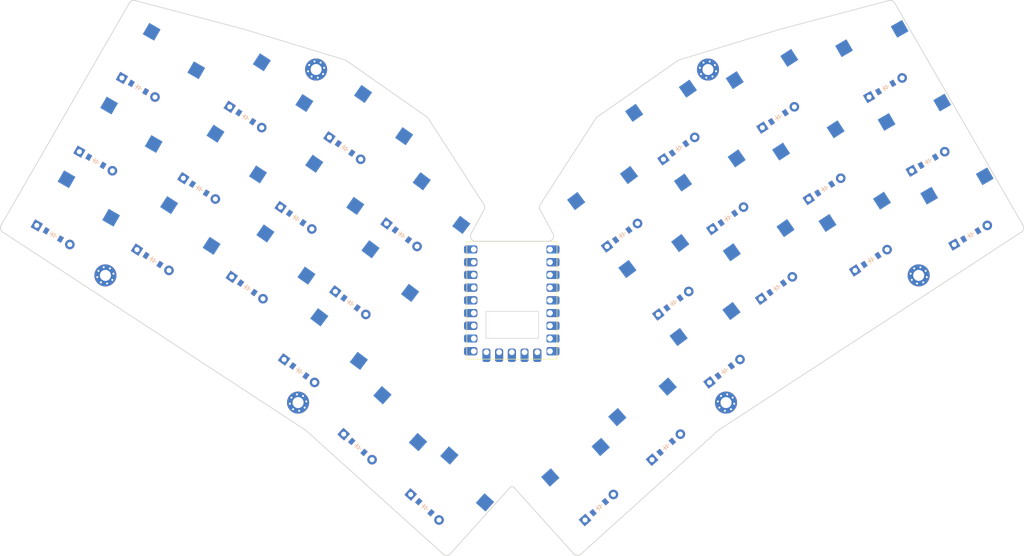
<source format=kicad_pcb>


(kicad_pcb (version 20171130) (host pcbnew 5.1.6)

  (page A3)
  (title_block
    (title "koumori")
    (rev "v1.0.0")
    (company "Unknown")
  )

  (general
    (thickness 1.6)
  )

  (layers
    (0 F.Cu signal)
    (31 B.Cu signal)
    (32 B.Adhes user)
    (33 F.Adhes user)
    (34 B.Paste user)
    (35 F.Paste user)
    (36 B.SilkS user)
    (37 F.SilkS user)
    (38 B.Mask user)
    (39 F.Mask user)
    (40 Dwgs.User user)
    (41 Cmts.User user)
    (42 Eco1.User user)
    (43 Eco2.User user)
    (44 Edge.Cuts user)
    (45 Margin user)
    (46 B.CrtYd user)
    (47 F.CrtYd user)
    (48 B.Fab user)
    (49 F.Fab user)
  )

  (setup
    (last_trace_width 0.25)
    (trace_clearance 0.2)
    (zone_clearance 0.508)
    (zone_45_only no)
    (trace_min 0.2)
    (via_size 0.8)
    (via_drill 0.4)
    (via_min_size 0.4)
    (via_min_drill 0.3)
    (uvia_size 0.3)
    (uvia_drill 0.1)
    (uvias_allowed no)
    (uvia_min_size 0.2)
    (uvia_min_drill 0.1)
    (edge_width 0.05)
    (segment_width 0.2)
    (pcb_text_width 0.3)
    (pcb_text_size 1.5 1.5)
    (mod_edge_width 0.12)
    (mod_text_size 1 1)
    (mod_text_width 0.15)
    (pad_size 1.524 1.524)
    (pad_drill 0.762)
    (pad_to_mask_clearance 0.05)
    (aux_axis_origin 0 0)
    (visible_elements FFFFFF7F)
    (pcbplotparams
      (layerselection 0x010fc_ffffffff)
      (usegerberextensions false)
      (usegerberattributes true)
      (usegerberadvancedattributes true)
      (creategerberjobfile true)
      (excludeedgelayer true)
      (linewidth 0.100000)
      (plotframeref false)
      (viasonmask false)
      (mode 1)
      (useauxorigin false)
      (hpglpennumber 1)
      (hpglpenspeed 20)
      (hpglpendiameter 15.000000)
      (psnegative false)
      (psa4output false)
      (plotreference true)
      (plotvalue true)
      (plotinvisibletext false)
      (padsonsilk false)
      (subtractmaskfromsilk false)
      (outputformat 1)
      (mirror false)
      (drillshape 1)
      (scaleselection 1)
      (outputdirectory ""))
  )

  (net 0 "")
(net 1 "GP10")
(net 2 "pinky_bottom")
(net 3 "pinky_middle")
(net 4 "pinky_top")
(net 5 "GP11")
(net 6 "ring_bottom")
(net 7 "ring_middle")
(net 8 "ring_top")
(net 9 "GP12")
(net 10 "middle_bottom")
(net 11 "middle_middle")
(net 12 "middle_top")
(net 13 "GP13")
(net 14 "index_bottom")
(net 15 "index_middle")
(net 16 "index_top")
(net 17 "inner_top")
(net 18 "outer_top")
(net 19 "GP27")
(net 20 "GP28")
(net 21 "GP29")
(net 22 "GP7")
(net 23 "mirror_pinky_bottom")
(net 24 "mirror_pinky_middle")
(net 25 "mirror_pinky_top")
(net 26 "mirror_ring_bottom")
(net 27 "mirror_ring_middle")
(net 28 "mirror_ring_top")
(net 29 "mirror_middle_bottom")
(net 30 "mirror_middle_middle")
(net 31 "mirror_middle_top")
(net 32 "mirror_index_bottom")
(net 33 "mirror_index_middle")
(net 34 "mirror_index_top")
(net 35 "mirror_inner_top")
(net 36 "mirror_outer_top")
(net 37 "GP6")
(net 38 "GP1")
(net 39 "GP0")
(net 40 "P5V")
(net 41 "GND")
(net 42 "P3V3")
(net 43 "GP26")
(net 44 "GP15")
(net 45 "GP14")
(net 46 "GP9")
(net 47 "GP8")
(net 48 "GP5")
(net 49 "GP4")
(net 50 "GP3")
(net 51 "GP2")

  (net_class Default "This is the default net class."
    (clearance 0.2)
    (trace_width 0.25)
    (via_dia 0.8)
    (via_drill 0.4)
    (uvia_dia 0.3)
    (uvia_drill 0.1)
    (add_net "")
(add_net "GP10")
(add_net "pinky_bottom")
(add_net "pinky_middle")
(add_net "pinky_top")
(add_net "GP11")
(add_net "ring_bottom")
(add_net "ring_middle")
(add_net "ring_top")
(add_net "GP12")
(add_net "middle_bottom")
(add_net "middle_middle")
(add_net "middle_top")
(add_net "GP13")
(add_net "index_bottom")
(add_net "index_middle")
(add_net "index_top")
(add_net "inner_top")
(add_net "outer_top")
(add_net "GP27")
(add_net "GP28")
(add_net "GP29")
(add_net "GP7")
(add_net "mirror_pinky_bottom")
(add_net "mirror_pinky_middle")
(add_net "mirror_pinky_top")
(add_net "mirror_ring_bottom")
(add_net "mirror_ring_middle")
(add_net "mirror_ring_top")
(add_net "mirror_middle_bottom")
(add_net "mirror_middle_middle")
(add_net "mirror_middle_top")
(add_net "mirror_index_bottom")
(add_net "mirror_index_middle")
(add_net "mirror_index_top")
(add_net "mirror_inner_top")
(add_net "mirror_outer_top")
(add_net "GP6")
(add_net "GP1")
(add_net "GP0")
(add_net "P5V")
(add_net "GND")
(add_net "P3V3")
(add_net "GP26")
(add_net "GP15")
(add_net "GP14")
(add_net "GP9")
(add_net "GP8")
(add_net "GP5")
(add_net "GP4")
(add_net "GP3")
(add_net "GP2")
  )

  
        
      (module PG1350 (layer F.Cu) (tedit 5DD50112)
      (at 30 80 -30)

      
      (fp_text reference "S1" (at 0 0) (layer F.SilkS) hide (effects (font (size 1.27 1.27) (thickness 0.15))))
      (fp_text value "" (at 0 0) (layer F.SilkS) hide (effects (font (size 1.27 1.27) (thickness 0.15))))

      
      (fp_line (start -7 -6) (end -7 -7) (layer Dwgs.User) (width 0.15))
      (fp_line (start -7 7) (end -6 7) (layer Dwgs.User) (width 0.15))
      (fp_line (start -6 -7) (end -7 -7) (layer Dwgs.User) (width 0.15))
      (fp_line (start -7 7) (end -7 6) (layer Dwgs.User) (width 0.15))
      (fp_line (start 7 6) (end 7 7) (layer Dwgs.User) (width 0.15))
      (fp_line (start 7 -7) (end 6 -7) (layer Dwgs.User) (width 0.15))
      (fp_line (start 6 7) (end 7 7) (layer Dwgs.User) (width 0.15))
      (fp_line (start 7 -7) (end 7 -6) (layer Dwgs.User) (width 0.15))      
      
      
      (pad "" np_thru_hole circle (at 0 0) (size 3.429 3.429) (drill 3.429) (layers *.Cu *.Mask))
        
      
      (pad "" np_thru_hole circle (at 5.5 0) (size 1.7018 1.7018) (drill 1.7018) (layers *.Cu *.Mask))
      (pad "" np_thru_hole circle (at -5.5 0) (size 1.7018 1.7018) (drill 1.7018) (layers *.Cu *.Mask))
      
        
      
      (fp_line (start -9 -8.5) (end 9 -8.5) (layer Dwgs.User) (width 0.15))
      (fp_line (start 9 -8.5) (end 9 8.5) (layer Dwgs.User) (width 0.15))
      (fp_line (start 9 8.5) (end -9 8.5) (layer Dwgs.User) (width 0.15))
      (fp_line (start -9 8.5) (end -9 -8.5) (layer Dwgs.User) (width 0.15))
      
        
          
          (pad "" np_thru_hole circle (at 5 -3.75) (size 3 3) (drill 3) (layers *.Cu *.Mask))
          (pad "" np_thru_hole circle (at 0 -5.95) (size 3 3) (drill 3) (layers *.Cu *.Mask))
      
          
          (pad 1 smd rect (at -3.275 -5.95 -30) (size 2.6 2.6) (layers B.Cu B.Paste B.Mask)  (net 1 "GP10"))
          (pad 2 smd rect (at 8.275 -3.75 -30) (size 2.6 2.6) (layers B.Cu B.Paste B.Mask)  (net 2 "pinky_bottom"))
        )
        

        
      (module PG1350 (layer F.Cu) (tedit 5DD50112)
      (at 38.5 65.2775681 -30)

      
      (fp_text reference "S2" (at 0 0) (layer F.SilkS) hide (effects (font (size 1.27 1.27) (thickness 0.15))))
      (fp_text value "" (at 0 0) (layer F.SilkS) hide (effects (font (size 1.27 1.27) (thickness 0.15))))

      
      (fp_line (start -7 -6) (end -7 -7) (layer Dwgs.User) (width 0.15))
      (fp_line (start -7 7) (end -6 7) (layer Dwgs.User) (width 0.15))
      (fp_line (start -6 -7) (end -7 -7) (layer Dwgs.User) (width 0.15))
      (fp_line (start -7 7) (end -7 6) (layer Dwgs.User) (width 0.15))
      (fp_line (start 7 6) (end 7 7) (layer Dwgs.User) (width 0.15))
      (fp_line (start 7 -7) (end 6 -7) (layer Dwgs.User) (width 0.15))
      (fp_line (start 6 7) (end 7 7) (layer Dwgs.User) (width 0.15))
      (fp_line (start 7 -7) (end 7 -6) (layer Dwgs.User) (width 0.15))      
      
      
      (pad "" np_thru_hole circle (at 0 0) (size 3.429 3.429) (drill 3.429) (layers *.Cu *.Mask))
        
      
      (pad "" np_thru_hole circle (at 5.5 0) (size 1.7018 1.7018) (drill 1.7018) (layers *.Cu *.Mask))
      (pad "" np_thru_hole circle (at -5.5 0) (size 1.7018 1.7018) (drill 1.7018) (layers *.Cu *.Mask))
      
        
      
      (fp_line (start -9 -8.5) (end 9 -8.5) (layer Dwgs.User) (width 0.15))
      (fp_line (start 9 -8.5) (end 9 8.5) (layer Dwgs.User) (width 0.15))
      (fp_line (start 9 8.5) (end -9 8.5) (layer Dwgs.User) (width 0.15))
      (fp_line (start -9 8.5) (end -9 -8.5) (layer Dwgs.User) (width 0.15))
      
        
          
          (pad "" np_thru_hole circle (at 5 -3.75) (size 3 3) (drill 3) (layers *.Cu *.Mask))
          (pad "" np_thru_hole circle (at 0 -5.95) (size 3 3) (drill 3) (layers *.Cu *.Mask))
      
          
          (pad 1 smd rect (at -3.275 -5.95 -30) (size 2.6 2.6) (layers B.Cu B.Paste B.Mask)  (net 1 "GP10"))
          (pad 2 smd rect (at 8.275 -3.75 -30) (size 2.6 2.6) (layers B.Cu B.Paste B.Mask)  (net 3 "pinky_middle"))
        )
        

        
      (module PG1350 (layer F.Cu) (tedit 5DD50112)
      (at 47 50.55513619999999 -30)

      
      (fp_text reference "S3" (at 0 0) (layer F.SilkS) hide (effects (font (size 1.27 1.27) (thickness 0.15))))
      (fp_text value "" (at 0 0) (layer F.SilkS) hide (effects (font (size 1.27 1.27) (thickness 0.15))))

      
      (fp_line (start -7 -6) (end -7 -7) (layer Dwgs.User) (width 0.15))
      (fp_line (start -7 7) (end -6 7) (layer Dwgs.User) (width 0.15))
      (fp_line (start -6 -7) (end -7 -7) (layer Dwgs.User) (width 0.15))
      (fp_line (start -7 7) (end -7 6) (layer Dwgs.User) (width 0.15))
      (fp_line (start 7 6) (end 7 7) (layer Dwgs.User) (width 0.15))
      (fp_line (start 7 -7) (end 6 -7) (layer Dwgs.User) (width 0.15))
      (fp_line (start 6 7) (end 7 7) (layer Dwgs.User) (width 0.15))
      (fp_line (start 7 -7) (end 7 -6) (layer Dwgs.User) (width 0.15))      
      
      
      (pad "" np_thru_hole circle (at 0 0) (size 3.429 3.429) (drill 3.429) (layers *.Cu *.Mask))
        
      
      (pad "" np_thru_hole circle (at 5.5 0) (size 1.7018 1.7018) (drill 1.7018) (layers *.Cu *.Mask))
      (pad "" np_thru_hole circle (at -5.5 0) (size 1.7018 1.7018) (drill 1.7018) (layers *.Cu *.Mask))
      
        
      
      (fp_line (start -9 -8.5) (end 9 -8.5) (layer Dwgs.User) (width 0.15))
      (fp_line (start 9 -8.5) (end 9 8.5) (layer Dwgs.User) (width 0.15))
      (fp_line (start 9 8.5) (end -9 8.5) (layer Dwgs.User) (width 0.15))
      (fp_line (start -9 8.5) (end -9 -8.5) (layer Dwgs.User) (width 0.15))
      
        
          
          (pad "" np_thru_hole circle (at 5 -3.75) (size 3 3) (drill 3) (layers *.Cu *.Mask))
          (pad "" np_thru_hole circle (at 0 -5.95) (size 3 3) (drill 3) (layers *.Cu *.Mask))
      
          
          (pad 1 smd rect (at -3.275 -5.95 -30) (size 2.6 2.6) (layers B.Cu B.Paste B.Mask)  (net 1 "GP10"))
          (pad 2 smd rect (at 8.275 -3.75 -30) (size 2.6 2.6) (layers B.Cu B.Paste B.Mask)  (net 4 "pinky_top"))
        )
        

        
      (module PG1350 (layer F.Cu) (tedit 5DD50112)
      (at 50.125508100000005 85.1415975 -33)

      
      (fp_text reference "S4" (at 0 0) (layer F.SilkS) hide (effects (font (size 1.27 1.27) (thickness 0.15))))
      (fp_text value "" (at 0 0) (layer F.SilkS) hide (effects (font (size 1.27 1.27) (thickness 0.15))))

      
      (fp_line (start -7 -6) (end -7 -7) (layer Dwgs.User) (width 0.15))
      (fp_line (start -7 7) (end -6 7) (layer Dwgs.User) (width 0.15))
      (fp_line (start -6 -7) (end -7 -7) (layer Dwgs.User) (width 0.15))
      (fp_line (start -7 7) (end -7 6) (layer Dwgs.User) (width 0.15))
      (fp_line (start 7 6) (end 7 7) (layer Dwgs.User) (width 0.15))
      (fp_line (start 7 -7) (end 6 -7) (layer Dwgs.User) (width 0.15))
      (fp_line (start 6 7) (end 7 7) (layer Dwgs.User) (width 0.15))
      (fp_line (start 7 -7) (end 7 -6) (layer Dwgs.User) (width 0.15))      
      
      
      (pad "" np_thru_hole circle (at 0 0) (size 3.429 3.429) (drill 3.429) (layers *.Cu *.Mask))
        
      
      (pad "" np_thru_hole circle (at 5.5 0) (size 1.7018 1.7018) (drill 1.7018) (layers *.Cu *.Mask))
      (pad "" np_thru_hole circle (at -5.5 0) (size 1.7018 1.7018) (drill 1.7018) (layers *.Cu *.Mask))
      
        
      
      (fp_line (start -9 -8.5) (end 9 -8.5) (layer Dwgs.User) (width 0.15))
      (fp_line (start 9 -8.5) (end 9 8.5) (layer Dwgs.User) (width 0.15))
      (fp_line (start 9 8.5) (end -9 8.5) (layer Dwgs.User) (width 0.15))
      (fp_line (start -9 8.5) (end -9 -8.5) (layer Dwgs.User) (width 0.15))
      
        
          
          (pad "" np_thru_hole circle (at 5 -3.75) (size 3 3) (drill 3) (layers *.Cu *.Mask))
          (pad "" np_thru_hole circle (at 0 -5.95) (size 3 3) (drill 3) (layers *.Cu *.Mask))
      
          
          (pad 1 smd rect (at -3.275 -5.95 -33) (size 2.6 2.6) (layers B.Cu B.Paste B.Mask)  (net 5 "GP11"))
          (pad 2 smd rect (at 8.275 -3.75 -33) (size 2.6 2.6) (layers B.Cu B.Paste B.Mask)  (net 6 "ring_bottom"))
        )
        

        
      (module PG1350 (layer F.Cu) (tedit 5DD50112)
      (at 59.3843717 70.88419780000001 -33)

      
      (fp_text reference "S5" (at 0 0) (layer F.SilkS) hide (effects (font (size 1.27 1.27) (thickness 0.15))))
      (fp_text value "" (at 0 0) (layer F.SilkS) hide (effects (font (size 1.27 1.27) (thickness 0.15))))

      
      (fp_line (start -7 -6) (end -7 -7) (layer Dwgs.User) (width 0.15))
      (fp_line (start -7 7) (end -6 7) (layer Dwgs.User) (width 0.15))
      (fp_line (start -6 -7) (end -7 -7) (layer Dwgs.User) (width 0.15))
      (fp_line (start -7 7) (end -7 6) (layer Dwgs.User) (width 0.15))
      (fp_line (start 7 6) (end 7 7) (layer Dwgs.User) (width 0.15))
      (fp_line (start 7 -7) (end 6 -7) (layer Dwgs.User) (width 0.15))
      (fp_line (start 6 7) (end 7 7) (layer Dwgs.User) (width 0.15))
      (fp_line (start 7 -7) (end 7 -6) (layer Dwgs.User) (width 0.15))      
      
      
      (pad "" np_thru_hole circle (at 0 0) (size 3.429 3.429) (drill 3.429) (layers *.Cu *.Mask))
        
      
      (pad "" np_thru_hole circle (at 5.5 0) (size 1.7018 1.7018) (drill 1.7018) (layers *.Cu *.Mask))
      (pad "" np_thru_hole circle (at -5.5 0) (size 1.7018 1.7018) (drill 1.7018) (layers *.Cu *.Mask))
      
        
      
      (fp_line (start -9 -8.5) (end 9 -8.5) (layer Dwgs.User) (width 0.15))
      (fp_line (start 9 -8.5) (end 9 8.5) (layer Dwgs.User) (width 0.15))
      (fp_line (start 9 8.5) (end -9 8.5) (layer Dwgs.User) (width 0.15))
      (fp_line (start -9 8.5) (end -9 -8.5) (layer Dwgs.User) (width 0.15))
      
        
          
          (pad "" np_thru_hole circle (at 5 -3.75) (size 3 3) (drill 3) (layers *.Cu *.Mask))
          (pad "" np_thru_hole circle (at 0 -5.95) (size 3 3) (drill 3) (layers *.Cu *.Mask))
      
          
          (pad 1 smd rect (at -3.275 -5.95 -33) (size 2.6 2.6) (layers B.Cu B.Paste B.Mask)  (net 5 "GP11"))
          (pad 2 smd rect (at 8.275 -3.75 -33) (size 2.6 2.6) (layers B.Cu B.Paste B.Mask)  (net 7 "ring_middle"))
        )
        

        
      (module PG1350 (layer F.Cu) (tedit 5DD50112)
      (at 68.6432353 56.62679810000001 -33)

      
      (fp_text reference "S6" (at 0 0) (layer F.SilkS) hide (effects (font (size 1.27 1.27) (thickness 0.15))))
      (fp_text value "" (at 0 0) (layer F.SilkS) hide (effects (font (size 1.27 1.27) (thickness 0.15))))

      
      (fp_line (start -7 -6) (end -7 -7) (layer Dwgs.User) (width 0.15))
      (fp_line (start -7 7) (end -6 7) (layer Dwgs.User) (width 0.15))
      (fp_line (start -6 -7) (end -7 -7) (layer Dwgs.User) (width 0.15))
      (fp_line (start -7 7) (end -7 6) (layer Dwgs.User) (width 0.15))
      (fp_line (start 7 6) (end 7 7) (layer Dwgs.User) (width 0.15))
      (fp_line (start 7 -7) (end 6 -7) (layer Dwgs.User) (width 0.15))
      (fp_line (start 6 7) (end 7 7) (layer Dwgs.User) (width 0.15))
      (fp_line (start 7 -7) (end 7 -6) (layer Dwgs.User) (width 0.15))      
      
      
      (pad "" np_thru_hole circle (at 0 0) (size 3.429 3.429) (drill 3.429) (layers *.Cu *.Mask))
        
      
      (pad "" np_thru_hole circle (at 5.5 0) (size 1.7018 1.7018) (drill 1.7018) (layers *.Cu *.Mask))
      (pad "" np_thru_hole circle (at -5.5 0) (size 1.7018 1.7018) (drill 1.7018) (layers *.Cu *.Mask))
      
        
      
      (fp_line (start -9 -8.5) (end 9 -8.5) (layer Dwgs.User) (width 0.15))
      (fp_line (start 9 -8.5) (end 9 8.5) (layer Dwgs.User) (width 0.15))
      (fp_line (start 9 8.5) (end -9 8.5) (layer Dwgs.User) (width 0.15))
      (fp_line (start -9 8.5) (end -9 -8.5) (layer Dwgs.User) (width 0.15))
      
        
          
          (pad "" np_thru_hole circle (at 5 -3.75) (size 3 3) (drill 3) (layers *.Cu *.Mask))
          (pad "" np_thru_hole circle (at 0 -5.95) (size 3 3) (drill 3) (layers *.Cu *.Mask))
      
          
          (pad 1 smd rect (at -3.275 -5.95 -33) (size 2.6 2.6) (layers B.Cu B.Paste B.Mask)  (net 5 "GP11"))
          (pad 2 smd rect (at 8.275 -3.75 -33) (size 2.6 2.6) (layers B.Cu B.Paste B.Mask)  (net 8 "ring_top"))
        )
        

        
      (module PG1350 (layer F.Cu) (tedit 5DD50112)
      (at 69.1156738 90.78479730000001 -35)

      
      (fp_text reference "S7" (at 0 0) (layer F.SilkS) hide (effects (font (size 1.27 1.27) (thickness 0.15))))
      (fp_text value "" (at 0 0) (layer F.SilkS) hide (effects (font (size 1.27 1.27) (thickness 0.15))))

      
      (fp_line (start -7 -6) (end -7 -7) (layer Dwgs.User) (width 0.15))
      (fp_line (start -7 7) (end -6 7) (layer Dwgs.User) (width 0.15))
      (fp_line (start -6 -7) (end -7 -7) (layer Dwgs.User) (width 0.15))
      (fp_line (start -7 7) (end -7 6) (layer Dwgs.User) (width 0.15))
      (fp_line (start 7 6) (end 7 7) (layer Dwgs.User) (width 0.15))
      (fp_line (start 7 -7) (end 6 -7) (layer Dwgs.User) (width 0.15))
      (fp_line (start 6 7) (end 7 7) (layer Dwgs.User) (width 0.15))
      (fp_line (start 7 -7) (end 7 -6) (layer Dwgs.User) (width 0.15))      
      
      
      (pad "" np_thru_hole circle (at 0 0) (size 3.429 3.429) (drill 3.429) (layers *.Cu *.Mask))
        
      
      (pad "" np_thru_hole circle (at 5.5 0) (size 1.7018 1.7018) (drill 1.7018) (layers *.Cu *.Mask))
      (pad "" np_thru_hole circle (at -5.5 0) (size 1.7018 1.7018) (drill 1.7018) (layers *.Cu *.Mask))
      
        
      
      (fp_line (start -9 -8.5) (end 9 -8.5) (layer Dwgs.User) (width 0.15))
      (fp_line (start 9 -8.5) (end 9 8.5) (layer Dwgs.User) (width 0.15))
      (fp_line (start 9 8.5) (end -9 8.5) (layer Dwgs.User) (width 0.15))
      (fp_line (start -9 8.5) (end -9 -8.5) (layer Dwgs.User) (width 0.15))
      
        
          
          (pad "" np_thru_hole circle (at 5 -3.75) (size 3 3) (drill 3) (layers *.Cu *.Mask))
          (pad "" np_thru_hole circle (at 0 -5.95) (size 3 3) (drill 3) (layers *.Cu *.Mask))
      
          
          (pad 1 smd rect (at -3.275 -5.95 -35) (size 2.6 2.6) (layers B.Cu B.Paste B.Mask)  (net 9 "GP12"))
          (pad 2 smd rect (at 8.275 -3.75 -35) (size 2.6 2.6) (layers B.Cu B.Paste B.Mask)  (net 10 "middle_bottom"))
        )
        

        
      (module PG1350 (layer F.Cu) (tedit 5DD50112)
      (at 78.8664732 76.85921250000001 -35)

      
      (fp_text reference "S8" (at 0 0) (layer F.SilkS) hide (effects (font (size 1.27 1.27) (thickness 0.15))))
      (fp_text value "" (at 0 0) (layer F.SilkS) hide (effects (font (size 1.27 1.27) (thickness 0.15))))

      
      (fp_line (start -7 -6) (end -7 -7) (layer Dwgs.User) (width 0.15))
      (fp_line (start -7 7) (end -6 7) (layer Dwgs.User) (width 0.15))
      (fp_line (start -6 -7) (end -7 -7) (layer Dwgs.User) (width 0.15))
      (fp_line (start -7 7) (end -7 6) (layer Dwgs.User) (width 0.15))
      (fp_line (start 7 6) (end 7 7) (layer Dwgs.User) (width 0.15))
      (fp_line (start 7 -7) (end 6 -7) (layer Dwgs.User) (width 0.15))
      (fp_line (start 6 7) (end 7 7) (layer Dwgs.User) (width 0.15))
      (fp_line (start 7 -7) (end 7 -6) (layer Dwgs.User) (width 0.15))      
      
      
      (pad "" np_thru_hole circle (at 0 0) (size 3.429 3.429) (drill 3.429) (layers *.Cu *.Mask))
        
      
      (pad "" np_thru_hole circle (at 5.5 0) (size 1.7018 1.7018) (drill 1.7018) (layers *.Cu *.Mask))
      (pad "" np_thru_hole circle (at -5.5 0) (size 1.7018 1.7018) (drill 1.7018) (layers *.Cu *.Mask))
      
        
      
      (fp_line (start -9 -8.5) (end 9 -8.5) (layer Dwgs.User) (width 0.15))
      (fp_line (start 9 -8.5) (end 9 8.5) (layer Dwgs.User) (width 0.15))
      (fp_line (start 9 8.5) (end -9 8.5) (layer Dwgs.User) (width 0.15))
      (fp_line (start -9 8.5) (end -9 -8.5) (layer Dwgs.User) (width 0.15))
      
        
          
          (pad "" np_thru_hole circle (at 5 -3.75) (size 3 3) (drill 3) (layers *.Cu *.Mask))
          (pad "" np_thru_hole circle (at 0 -5.95) (size 3 3) (drill 3) (layers *.Cu *.Mask))
      
          
          (pad 1 smd rect (at -3.275 -5.95 -35) (size 2.6 2.6) (layers B.Cu B.Paste B.Mask)  (net 9 "GP12"))
          (pad 2 smd rect (at 8.275 -3.75 -35) (size 2.6 2.6) (layers B.Cu B.Paste B.Mask)  (net 11 "middle_middle"))
        )
        

        
      (module PG1350 (layer F.Cu) (tedit 5DD50112)
      (at 88.6172726 62.93362770000002 -35)

      
      (fp_text reference "S9" (at 0 0) (layer F.SilkS) hide (effects (font (size 1.27 1.27) (thickness 0.15))))
      (fp_text value "" (at 0 0) (layer F.SilkS) hide (effects (font (size 1.27 1.27) (thickness 0.15))))

      
      (fp_line (start -7 -6) (end -7 -7) (layer Dwgs.User) (width 0.15))
      (fp_line (start -7 7) (end -6 7) (layer Dwgs.User) (width 0.15))
      (fp_line (start -6 -7) (end -7 -7) (layer Dwgs.User) (width 0.15))
      (fp_line (start -7 7) (end -7 6) (layer Dwgs.User) (width 0.15))
      (fp_line (start 7 6) (end 7 7) (layer Dwgs.User) (width 0.15))
      (fp_line (start 7 -7) (end 6 -7) (layer Dwgs.User) (width 0.15))
      (fp_line (start 6 7) (end 7 7) (layer Dwgs.User) (width 0.15))
      (fp_line (start 7 -7) (end 7 -6) (layer Dwgs.User) (width 0.15))      
      
      
      (pad "" np_thru_hole circle (at 0 0) (size 3.429 3.429) (drill 3.429) (layers *.Cu *.Mask))
        
      
      (pad "" np_thru_hole circle (at 5.5 0) (size 1.7018 1.7018) (drill 1.7018) (layers *.Cu *.Mask))
      (pad "" np_thru_hole circle (at -5.5 0) (size 1.7018 1.7018) (drill 1.7018) (layers *.Cu *.Mask))
      
        
      
      (fp_line (start -9 -8.5) (end 9 -8.5) (layer Dwgs.User) (width 0.15))
      (fp_line (start 9 -8.5) (end 9 8.5) (layer Dwgs.User) (width 0.15))
      (fp_line (start 9 8.5) (end -9 8.5) (layer Dwgs.User) (width 0.15))
      (fp_line (start -9 8.5) (end -9 -8.5) (layer Dwgs.User) (width 0.15))
      
        
          
          (pad "" np_thru_hole circle (at 5 -3.75) (size 3 3) (drill 3) (layers *.Cu *.Mask))
          (pad "" np_thru_hole circle (at 0 -5.95) (size 3 3) (drill 3) (layers *.Cu *.Mask))
      
          
          (pad 1 smd rect (at -3.275 -5.95 -35) (size 2.6 2.6) (layers B.Cu B.Paste B.Mask)  (net 9 "GP12"))
          (pad 2 smd rect (at 8.275 -3.75 -35) (size 2.6 2.6) (layers B.Cu B.Paste B.Mask)  (net 12 "middle_top"))
        )
        

        
      (module PG1350 (layer F.Cu) (tedit 5DD50112)
      (at 79.63638139999999 107.4904015 -37)

      
      (fp_text reference "S10" (at 0 0) (layer F.SilkS) hide (effects (font (size 1.27 1.27) (thickness 0.15))))
      (fp_text value "" (at 0 0) (layer F.SilkS) hide (effects (font (size 1.27 1.27) (thickness 0.15))))

      
      (fp_line (start -7 -6) (end -7 -7) (layer Dwgs.User) (width 0.15))
      (fp_line (start -7 7) (end -6 7) (layer Dwgs.User) (width 0.15))
      (fp_line (start -6 -7) (end -7 -7) (layer Dwgs.User) (width 0.15))
      (fp_line (start -7 7) (end -7 6) (layer Dwgs.User) (width 0.15))
      (fp_line (start 7 6) (end 7 7) (layer Dwgs.User) (width 0.15))
      (fp_line (start 7 -7) (end 6 -7) (layer Dwgs.User) (width 0.15))
      (fp_line (start 6 7) (end 7 7) (layer Dwgs.User) (width 0.15))
      (fp_line (start 7 -7) (end 7 -6) (layer Dwgs.User) (width 0.15))      
      
      
      (pad "" np_thru_hole circle (at 0 0) (size 3.429 3.429) (drill 3.429) (layers *.Cu *.Mask))
        
      
      (pad "" np_thru_hole circle (at 5.5 0) (size 1.7018 1.7018) (drill 1.7018) (layers *.Cu *.Mask))
      (pad "" np_thru_hole circle (at -5.5 0) (size 1.7018 1.7018) (drill 1.7018) (layers *.Cu *.Mask))
      
        
      
      (fp_line (start -9 -8.5) (end 9 -8.5) (layer Dwgs.User) (width 0.15))
      (fp_line (start 9 -8.5) (end 9 8.5) (layer Dwgs.User) (width 0.15))
      (fp_line (start 9 8.5) (end -9 8.5) (layer Dwgs.User) (width 0.15))
      (fp_line (start -9 8.5) (end -9 -8.5) (layer Dwgs.User) (width 0.15))
      
        
          
          (pad "" np_thru_hole circle (at 5 -3.75) (size 3 3) (drill 3) (layers *.Cu *.Mask))
          (pad "" np_thru_hole circle (at 0 -5.95) (size 3 3) (drill 3) (layers *.Cu *.Mask))
      
          
          (pad 1 smd rect (at -3.275 -5.95 -37) (size 2.6 2.6) (layers B.Cu B.Paste B.Mask)  (net 13 "GP13"))
          (pad 2 smd rect (at 8.275 -3.75 -37) (size 2.6 2.6) (layers B.Cu B.Paste B.Mask)  (net 14 "index_bottom"))
        )
        

        
      (module PG1350 (layer F.Cu) (tedit 5DD50112)
      (at 89.86723679999999 93.9135978 -37)

      
      (fp_text reference "S11" (at 0 0) (layer F.SilkS) hide (effects (font (size 1.27 1.27) (thickness 0.15))))
      (fp_text value "" (at 0 0) (layer F.SilkS) hide (effects (font (size 1.27 1.27) (thickness 0.15))))

      
      (fp_line (start -7 -6) (end -7 -7) (layer Dwgs.User) (width 0.15))
      (fp_line (start -7 7) (end -6 7) (layer Dwgs.User) (width 0.15))
      (fp_line (start -6 -7) (end -7 -7) (layer Dwgs.User) (width 0.15))
      (fp_line (start -7 7) (end -7 6) (layer Dwgs.User) (width 0.15))
      (fp_line (start 7 6) (end 7 7) (layer Dwgs.User) (width 0.15))
      (fp_line (start 7 -7) (end 6 -7) (layer Dwgs.User) (width 0.15))
      (fp_line (start 6 7) (end 7 7) (layer Dwgs.User) (width 0.15))
      (fp_line (start 7 -7) (end 7 -6) (layer Dwgs.User) (width 0.15))      
      
      
      (pad "" np_thru_hole circle (at 0 0) (size 3.429 3.429) (drill 3.429) (layers *.Cu *.Mask))
        
      
      (pad "" np_thru_hole circle (at 5.5 0) (size 1.7018 1.7018) (drill 1.7018) (layers *.Cu *.Mask))
      (pad "" np_thru_hole circle (at -5.5 0) (size 1.7018 1.7018) (drill 1.7018) (layers *.Cu *.Mask))
      
        
      
      (fp_line (start -9 -8.5) (end 9 -8.5) (layer Dwgs.User) (width 0.15))
      (fp_line (start 9 -8.5) (end 9 8.5) (layer Dwgs.User) (width 0.15))
      (fp_line (start 9 8.5) (end -9 8.5) (layer Dwgs.User) (width 0.15))
      (fp_line (start -9 8.5) (end -9 -8.5) (layer Dwgs.User) (width 0.15))
      
        
          
          (pad "" np_thru_hole circle (at 5 -3.75) (size 3 3) (drill 3) (layers *.Cu *.Mask))
          (pad "" np_thru_hole circle (at 0 -5.95) (size 3 3) (drill 3) (layers *.Cu *.Mask))
      
          
          (pad 1 smd rect (at -3.275 -5.95 -37) (size 2.6 2.6) (layers B.Cu B.Paste B.Mask)  (net 13 "GP13"))
          (pad 2 smd rect (at 8.275 -3.75 -37) (size 2.6 2.6) (layers B.Cu B.Paste B.Mask)  (net 15 "index_middle"))
        )
        

        
      (module PG1350 (layer F.Cu) (tedit 5DD50112)
      (at 100.09809219999998 80.3367941 -37)

      
      (fp_text reference "S12" (at 0 0) (layer F.SilkS) hide (effects (font (size 1.27 1.27) (thickness 0.15))))
      (fp_text value "" (at 0 0) (layer F.SilkS) hide (effects (font (size 1.27 1.27) (thickness 0.15))))

      
      (fp_line (start -7 -6) (end -7 -7) (layer Dwgs.User) (width 0.15))
      (fp_line (start -7 7) (end -6 7) (layer Dwgs.User) (width 0.15))
      (fp_line (start -6 -7) (end -7 -7) (layer Dwgs.User) (width 0.15))
      (fp_line (start -7 7) (end -7 6) (layer Dwgs.User) (width 0.15))
      (fp_line (start 7 6) (end 7 7) (layer Dwgs.User) (width 0.15))
      (fp_line (start 7 -7) (end 6 -7) (layer Dwgs.User) (width 0.15))
      (fp_line (start 6 7) (end 7 7) (layer Dwgs.User) (width 0.15))
      (fp_line (start 7 -7) (end 7 -6) (layer Dwgs.User) (width 0.15))      
      
      
      (pad "" np_thru_hole circle (at 0 0) (size 3.429 3.429) (drill 3.429) (layers *.Cu *.Mask))
        
      
      (pad "" np_thru_hole circle (at 5.5 0) (size 1.7018 1.7018) (drill 1.7018) (layers *.Cu *.Mask))
      (pad "" np_thru_hole circle (at -5.5 0) (size 1.7018 1.7018) (drill 1.7018) (layers *.Cu *.Mask))
      
        
      
      (fp_line (start -9 -8.5) (end 9 -8.5) (layer Dwgs.User) (width 0.15))
      (fp_line (start 9 -8.5) (end 9 8.5) (layer Dwgs.User) (width 0.15))
      (fp_line (start 9 8.5) (end -9 8.5) (layer Dwgs.User) (width 0.15))
      (fp_line (start -9 8.5) (end -9 -8.5) (layer Dwgs.User) (width 0.15))
      
        
          
          (pad "" np_thru_hole circle (at 5 -3.75) (size 3 3) (drill 3) (layers *.Cu *.Mask))
          (pad "" np_thru_hole circle (at 0 -5.95) (size 3 3) (drill 3) (layers *.Cu *.Mask))
      
          
          (pad 1 smd rect (at -3.275 -5.95 -37) (size 2.6 2.6) (layers B.Cu B.Paste B.Mask)  (net 13 "GP13"))
          (pad 2 smd rect (at 8.275 -3.75 -37) (size 2.6 2.6) (layers B.Cu B.Paste B.Mask)  (net 16 "index_top"))
        )
        

        
      (module PG1350 (layer F.Cu) (tedit 5DD50112)
      (at 91.66133589999998 122.9377465 -42)

      
      (fp_text reference "S13" (at 0 0) (layer F.SilkS) hide (effects (font (size 1.27 1.27) (thickness 0.15))))
      (fp_text value "" (at 0 0) (layer F.SilkS) hide (effects (font (size 1.27 1.27) (thickness 0.15))))

      
      (fp_line (start -7 -6) (end -7 -7) (layer Dwgs.User) (width 0.15))
      (fp_line (start -7 7) (end -6 7) (layer Dwgs.User) (width 0.15))
      (fp_line (start -6 -7) (end -7 -7) (layer Dwgs.User) (width 0.15))
      (fp_line (start -7 7) (end -7 6) (layer Dwgs.User) (width 0.15))
      (fp_line (start 7 6) (end 7 7) (layer Dwgs.User) (width 0.15))
      (fp_line (start 7 -7) (end 6 -7) (layer Dwgs.User) (width 0.15))
      (fp_line (start 6 7) (end 7 7) (layer Dwgs.User) (width 0.15))
      (fp_line (start 7 -7) (end 7 -6) (layer Dwgs.User) (width 0.15))      
      
      
      (pad "" np_thru_hole circle (at 0 0) (size 3.429 3.429) (drill 3.429) (layers *.Cu *.Mask))
        
      
      (pad "" np_thru_hole circle (at 5.5 0) (size 1.7018 1.7018) (drill 1.7018) (layers *.Cu *.Mask))
      (pad "" np_thru_hole circle (at -5.5 0) (size 1.7018 1.7018) (drill 1.7018) (layers *.Cu *.Mask))
      
        
      
      (fp_line (start -9 -8.5) (end 9 -8.5) (layer Dwgs.User) (width 0.15))
      (fp_line (start 9 -8.5) (end 9 8.5) (layer Dwgs.User) (width 0.15))
      (fp_line (start 9 8.5) (end -9 8.5) (layer Dwgs.User) (width 0.15))
      (fp_line (start -9 8.5) (end -9 -8.5) (layer Dwgs.User) (width 0.15))
      
        
          
          (pad "" np_thru_hole circle (at 5 -3.75) (size 3 3) (drill 3) (layers *.Cu *.Mask))
          (pad "" np_thru_hole circle (at 0 -5.95) (size 3 3) (drill 3) (layers *.Cu *.Mask))
      
          
          (pad 1 smd rect (at -3.275 -5.95 -42) (size 2.6 2.6) (layers B.Cu B.Paste B.Mask)  (net 13 "GP13"))
          (pad 2 smd rect (at 8.275 -3.75 -42) (size 2.6 2.6) (layers B.Cu B.Paste B.Mask)  (net 17 "inner_top"))
        )
        

        
      (module PG1350 (layer F.Cu) (tedit 5DD50112)
      (at 105.03794279999998 134.98209740000001 -42)

      
      (fp_text reference "S14" (at 0 0) (layer F.SilkS) hide (effects (font (size 1.27 1.27) (thickness 0.15))))
      (fp_text value "" (at 0 0) (layer F.SilkS) hide (effects (font (size 1.27 1.27) (thickness 0.15))))

      
      (fp_line (start -7 -6) (end -7 -7) (layer Dwgs.User) (width 0.15))
      (fp_line (start -7 7) (end -6 7) (layer Dwgs.User) (width 0.15))
      (fp_line (start -6 -7) (end -7 -7) (layer Dwgs.User) (width 0.15))
      (fp_line (start -7 7) (end -7 6) (layer Dwgs.User) (width 0.15))
      (fp_line (start 7 6) (end 7 7) (layer Dwgs.User) (width 0.15))
      (fp_line (start 7 -7) (end 6 -7) (layer Dwgs.User) (width 0.15))
      (fp_line (start 6 7) (end 7 7) (layer Dwgs.User) (width 0.15))
      (fp_line (start 7 -7) (end 7 -6) (layer Dwgs.User) (width 0.15))      
      
      
      (pad "" np_thru_hole circle (at 0 0) (size 3.429 3.429) (drill 3.429) (layers *.Cu *.Mask))
        
      
      (pad "" np_thru_hole circle (at 5.5 0) (size 1.7018 1.7018) (drill 1.7018) (layers *.Cu *.Mask))
      (pad "" np_thru_hole circle (at -5.5 0) (size 1.7018 1.7018) (drill 1.7018) (layers *.Cu *.Mask))
      
        
      
      (fp_line (start -9 -8.5) (end 9 -8.5) (layer Dwgs.User) (width 0.15))
      (fp_line (start 9 -8.5) (end 9 8.5) (layer Dwgs.User) (width 0.15))
      (fp_line (start 9 8.5) (end -9 8.5) (layer Dwgs.User) (width 0.15))
      (fp_line (start -9 8.5) (end -9 -8.5) (layer Dwgs.User) (width 0.15))
      
        
          
          (pad "" np_thru_hole circle (at 5 -3.75) (size 3 3) (drill 3) (layers *.Cu *.Mask))
          (pad "" np_thru_hole circle (at 0 -5.95) (size 3 3) (drill 3) (layers *.Cu *.Mask))
      
          
          (pad 1 smd rect (at -3.275 -5.95 -42) (size 2.6 2.6) (layers B.Cu B.Paste B.Mask)  (net 9 "GP12"))
          (pad 2 smd rect (at 8.275 -3.75 -42) (size 2.6 2.6) (layers B.Cu B.Paste B.Mask)  (net 18 "outer_top"))
        )
        

  
    (module ComboDiode (layer F.Cu) (tedit 5B24D78E)


        (at 27.5 84.330127 -30)

        
        (fp_text reference "D1" (at 0 0) (layer F.SilkS) hide (effects (font (size 1.27 1.27) (thickness 0.15))))
        (fp_text value "" (at 0 0) (layer F.SilkS) hide (effects (font (size 1.27 1.27) (thickness 0.15))))
        
        
        (fp_line (start 0.25 0) (end 0.75 0) (layer F.SilkS) (width 0.1))
        (fp_line (start 0.25 0.4) (end -0.35 0) (layer F.SilkS) (width 0.1))
        (fp_line (start 0.25 -0.4) (end 0.25 0.4) (layer F.SilkS) (width 0.1))
        (fp_line (start -0.35 0) (end 0.25 -0.4) (layer F.SilkS) (width 0.1))
        (fp_line (start -0.35 0) (end -0.35 0.55) (layer F.SilkS) (width 0.1))
        (fp_line (start -0.35 0) (end -0.35 -0.55) (layer F.SilkS) (width 0.1))
        (fp_line (start -0.75 0) (end -0.35 0) (layer F.SilkS) (width 0.1))
        (fp_line (start 0.25 0) (end 0.75 0) (layer B.SilkS) (width 0.1))
        (fp_line (start 0.25 0.4) (end -0.35 0) (layer B.SilkS) (width 0.1))
        (fp_line (start 0.25 -0.4) (end 0.25 0.4) (layer B.SilkS) (width 0.1))
        (fp_line (start -0.35 0) (end 0.25 -0.4) (layer B.SilkS) (width 0.1))
        (fp_line (start -0.35 0) (end -0.35 0.55) (layer B.SilkS) (width 0.1))
        (fp_line (start -0.35 0) (end -0.35 -0.55) (layer B.SilkS) (width 0.1))
        (fp_line (start -0.75 0) (end -0.35 0) (layer B.SilkS) (width 0.1))
    
        
        (pad 1 smd rect (at -1.65 0 -30) (size 0.9 1.2) (layers F.Cu F.Paste F.Mask) (net 19 "GP27"))
        (pad 2 smd rect (at 1.65 0 -30) (size 0.9 1.2) (layers B.Cu B.Paste B.Mask) (net 2 "pinky_bottom"))
        (pad 1 smd rect (at -1.65 0 -30) (size 0.9 1.2) (layers B.Cu B.Paste B.Mask) (net 19 "GP27"))
        (pad 2 smd rect (at 1.65 0 -30) (size 0.9 1.2) (layers F.Cu F.Paste F.Mask) (net 2 "pinky_bottom"))
        
        
        (pad 1 thru_hole rect (at -3.81 0 -30) (size 1.778 1.778) (drill 0.9906) (layers *.Cu *.Mask) (net 19 "GP27"))
        (pad 2 thru_hole circle (at 3.81 0 -30) (size 1.905 1.905) (drill 0.9906) (layers *.Cu *.Mask) (net 2 "pinky_bottom"))
    )
  
    

  
    (module ComboDiode (layer F.Cu) (tedit 5B24D78E)


        (at 36 69.6076951 -30)

        
        (fp_text reference "D2" (at 0 0) (layer F.SilkS) hide (effects (font (size 1.27 1.27) (thickness 0.15))))
        (fp_text value "" (at 0 0) (layer F.SilkS) hide (effects (font (size 1.27 1.27) (thickness 0.15))))
        
        
        (fp_line (start 0.25 0) (end 0.75 0) (layer F.SilkS) (width 0.1))
        (fp_line (start 0.25 0.4) (end -0.35 0) (layer F.SilkS) (width 0.1))
        (fp_line (start 0.25 -0.4) (end 0.25 0.4) (layer F.SilkS) (width 0.1))
        (fp_line (start -0.35 0) (end 0.25 -0.4) (layer F.SilkS) (width 0.1))
        (fp_line (start -0.35 0) (end -0.35 0.55) (layer F.SilkS) (width 0.1))
        (fp_line (start -0.35 0) (end -0.35 -0.55) (layer F.SilkS) (width 0.1))
        (fp_line (start -0.75 0) (end -0.35 0) (layer F.SilkS) (width 0.1))
        (fp_line (start 0.25 0) (end 0.75 0) (layer B.SilkS) (width 0.1))
        (fp_line (start 0.25 0.4) (end -0.35 0) (layer B.SilkS) (width 0.1))
        (fp_line (start 0.25 -0.4) (end 0.25 0.4) (layer B.SilkS) (width 0.1))
        (fp_line (start -0.35 0) (end 0.25 -0.4) (layer B.SilkS) (width 0.1))
        (fp_line (start -0.35 0) (end -0.35 0.55) (layer B.SilkS) (width 0.1))
        (fp_line (start -0.35 0) (end -0.35 -0.55) (layer B.SilkS) (width 0.1))
        (fp_line (start -0.75 0) (end -0.35 0) (layer B.SilkS) (width 0.1))
    
        
        (pad 1 smd rect (at -1.65 0 -30) (size 0.9 1.2) (layers F.Cu F.Paste F.Mask) (net 20 "GP28"))
        (pad 2 smd rect (at 1.65 0 -30) (size 0.9 1.2) (layers B.Cu B.Paste B.Mask) (net 3 "pinky_middle"))
        (pad 1 smd rect (at -1.65 0 -30) (size 0.9 1.2) (layers B.Cu B.Paste B.Mask) (net 20 "GP28"))
        (pad 2 smd rect (at 1.65 0 -30) (size 0.9 1.2) (layers F.Cu F.Paste F.Mask) (net 3 "pinky_middle"))
        
        
        (pad 1 thru_hole rect (at -3.81 0 -30) (size 1.778 1.778) (drill 0.9906) (layers *.Cu *.Mask) (net 20 "GP28"))
        (pad 2 thru_hole circle (at 3.81 0 -30) (size 1.905 1.905) (drill 0.9906) (layers *.Cu *.Mask) (net 3 "pinky_middle"))
    )
  
    

  
    (module ComboDiode (layer F.Cu) (tedit 5B24D78E)


        (at 44.5 54.88526319999999 -30)

        
        (fp_text reference "D3" (at 0 0) (layer F.SilkS) hide (effects (font (size 1.27 1.27) (thickness 0.15))))
        (fp_text value "" (at 0 0) (layer F.SilkS) hide (effects (font (size 1.27 1.27) (thickness 0.15))))
        
        
        (fp_line (start 0.25 0) (end 0.75 0) (layer F.SilkS) (width 0.1))
        (fp_line (start 0.25 0.4) (end -0.35 0) (layer F.SilkS) (width 0.1))
        (fp_line (start 0.25 -0.4) (end 0.25 0.4) (layer F.SilkS) (width 0.1))
        (fp_line (start -0.35 0) (end 0.25 -0.4) (layer F.SilkS) (width 0.1))
        (fp_line (start -0.35 0) (end -0.35 0.55) (layer F.SilkS) (width 0.1))
        (fp_line (start -0.35 0) (end -0.35 -0.55) (layer F.SilkS) (width 0.1))
        (fp_line (start -0.75 0) (end -0.35 0) (layer F.SilkS) (width 0.1))
        (fp_line (start 0.25 0) (end 0.75 0) (layer B.SilkS) (width 0.1))
        (fp_line (start 0.25 0.4) (end -0.35 0) (layer B.SilkS) (width 0.1))
        (fp_line (start 0.25 -0.4) (end 0.25 0.4) (layer B.SilkS) (width 0.1))
        (fp_line (start -0.35 0) (end 0.25 -0.4) (layer B.SilkS) (width 0.1))
        (fp_line (start -0.35 0) (end -0.35 0.55) (layer B.SilkS) (width 0.1))
        (fp_line (start -0.35 0) (end -0.35 -0.55) (layer B.SilkS) (width 0.1))
        (fp_line (start -0.75 0) (end -0.35 0) (layer B.SilkS) (width 0.1))
    
        
        (pad 1 smd rect (at -1.65 0 -30) (size 0.9 1.2) (layers F.Cu F.Paste F.Mask) (net 21 "GP29"))
        (pad 2 smd rect (at 1.65 0 -30) (size 0.9 1.2) (layers B.Cu B.Paste B.Mask) (net 4 "pinky_top"))
        (pad 1 smd rect (at -1.65 0 -30) (size 0.9 1.2) (layers B.Cu B.Paste B.Mask) (net 21 "GP29"))
        (pad 2 smd rect (at 1.65 0 -30) (size 0.9 1.2) (layers F.Cu F.Paste F.Mask) (net 4 "pinky_top"))
        
        
        (pad 1 thru_hole rect (at -3.81 0 -30) (size 1.778 1.778) (drill 0.9906) (layers *.Cu *.Mask) (net 21 "GP29"))
        (pad 2 thru_hole circle (at 3.81 0 -30) (size 1.905 1.905) (drill 0.9906) (layers *.Cu *.Mask) (net 4 "pinky_top"))
    )
  
    

  
    (module ComboDiode (layer F.Cu) (tedit 5B24D78E)


        (at 47.402312900000005 89.3349503 -33)

        
        (fp_text reference "D4" (at 0 0) (layer F.SilkS) hide (effects (font (size 1.27 1.27) (thickness 0.15))))
        (fp_text value "" (at 0 0) (layer F.SilkS) hide (effects (font (size 1.27 1.27) (thickness 0.15))))
        
        
        (fp_line (start 0.25 0) (end 0.75 0) (layer F.SilkS) (width 0.1))
        (fp_line (start 0.25 0.4) (end -0.35 0) (layer F.SilkS) (width 0.1))
        (fp_line (start 0.25 -0.4) (end 0.25 0.4) (layer F.SilkS) (width 0.1))
        (fp_line (start -0.35 0) (end 0.25 -0.4) (layer F.SilkS) (width 0.1))
        (fp_line (start -0.35 0) (end -0.35 0.55) (layer F.SilkS) (width 0.1))
        (fp_line (start -0.35 0) (end -0.35 -0.55) (layer F.SilkS) (width 0.1))
        (fp_line (start -0.75 0) (end -0.35 0) (layer F.SilkS) (width 0.1))
        (fp_line (start 0.25 0) (end 0.75 0) (layer B.SilkS) (width 0.1))
        (fp_line (start 0.25 0.4) (end -0.35 0) (layer B.SilkS) (width 0.1))
        (fp_line (start 0.25 -0.4) (end 0.25 0.4) (layer B.SilkS) (width 0.1))
        (fp_line (start -0.35 0) (end 0.25 -0.4) (layer B.SilkS) (width 0.1))
        (fp_line (start -0.35 0) (end -0.35 0.55) (layer B.SilkS) (width 0.1))
        (fp_line (start -0.35 0) (end -0.35 -0.55) (layer B.SilkS) (width 0.1))
        (fp_line (start -0.75 0) (end -0.35 0) (layer B.SilkS) (width 0.1))
    
        
        (pad 1 smd rect (at -1.65 0 -33) (size 0.9 1.2) (layers F.Cu F.Paste F.Mask) (net 19 "GP27"))
        (pad 2 smd rect (at 1.65 0 -33) (size 0.9 1.2) (layers B.Cu B.Paste B.Mask) (net 6 "ring_bottom"))
        (pad 1 smd rect (at -1.65 0 -33) (size 0.9 1.2) (layers B.Cu B.Paste B.Mask) (net 19 "GP27"))
        (pad 2 smd rect (at 1.65 0 -33) (size 0.9 1.2) (layers F.Cu F.Paste F.Mask) (net 6 "ring_bottom"))
        
        
        (pad 1 thru_hole rect (at -3.81 0 -33) (size 1.778 1.778) (drill 0.9906) (layers *.Cu *.Mask) (net 19 "GP27"))
        (pad 2 thru_hole circle (at 3.81 0 -33) (size 1.905 1.905) (drill 0.9906) (layers *.Cu *.Mask) (net 6 "ring_bottom"))
    )
  
    

  
    (module ComboDiode (layer F.Cu) (tedit 5B24D78E)


        (at 56.6611765 75.07755060000001 -33)

        
        (fp_text reference "D5" (at 0 0) (layer F.SilkS) hide (effects (font (size 1.27 1.27) (thickness 0.15))))
        (fp_text value "" (at 0 0) (layer F.SilkS) hide (effects (font (size 1.27 1.27) (thickness 0.15))))
        
        
        (fp_line (start 0.25 0) (end 0.75 0) (layer F.SilkS) (width 0.1))
        (fp_line (start 0.25 0.4) (end -0.35 0) (layer F.SilkS) (width 0.1))
        (fp_line (start 0.25 -0.4) (end 0.25 0.4) (layer F.SilkS) (width 0.1))
        (fp_line (start -0.35 0) (end 0.25 -0.4) (layer F.SilkS) (width 0.1))
        (fp_line (start -0.35 0) (end -0.35 0.55) (layer F.SilkS) (width 0.1))
        (fp_line (start -0.35 0) (end -0.35 -0.55) (layer F.SilkS) (width 0.1))
        (fp_line (start -0.75 0) (end -0.35 0) (layer F.SilkS) (width 0.1))
        (fp_line (start 0.25 0) (end 0.75 0) (layer B.SilkS) (width 0.1))
        (fp_line (start 0.25 0.4) (end -0.35 0) (layer B.SilkS) (width 0.1))
        (fp_line (start 0.25 -0.4) (end 0.25 0.4) (layer B.SilkS) (width 0.1))
        (fp_line (start -0.35 0) (end 0.25 -0.4) (layer B.SilkS) (width 0.1))
        (fp_line (start -0.35 0) (end -0.35 0.55) (layer B.SilkS) (width 0.1))
        (fp_line (start -0.35 0) (end -0.35 -0.55) (layer B.SilkS) (width 0.1))
        (fp_line (start -0.75 0) (end -0.35 0) (layer B.SilkS) (width 0.1))
    
        
        (pad 1 smd rect (at -1.65 0 -33) (size 0.9 1.2) (layers F.Cu F.Paste F.Mask) (net 20 "GP28"))
        (pad 2 smd rect (at 1.65 0 -33) (size 0.9 1.2) (layers B.Cu B.Paste B.Mask) (net 7 "ring_middle"))
        (pad 1 smd rect (at -1.65 0 -33) (size 0.9 1.2) (layers B.Cu B.Paste B.Mask) (net 20 "GP28"))
        (pad 2 smd rect (at 1.65 0 -33) (size 0.9 1.2) (layers F.Cu F.Paste F.Mask) (net 7 "ring_middle"))
        
        
        (pad 1 thru_hole rect (at -3.81 0 -33) (size 1.778 1.778) (drill 0.9906) (layers *.Cu *.Mask) (net 20 "GP28"))
        (pad 2 thru_hole circle (at 3.81 0 -33) (size 1.905 1.905) (drill 0.9906) (layers *.Cu *.Mask) (net 7 "ring_middle"))
    )
  
    

  
    (module ComboDiode (layer F.Cu) (tedit 5B24D78E)


        (at 65.9200401 60.82015090000001 -33)

        
        (fp_text reference "D6" (at 0 0) (layer F.SilkS) hide (effects (font (size 1.27 1.27) (thickness 0.15))))
        (fp_text value "" (at 0 0) (layer F.SilkS) hide (effects (font (size 1.27 1.27) (thickness 0.15))))
        
        
        (fp_line (start 0.25 0) (end 0.75 0) (layer F.SilkS) (width 0.1))
        (fp_line (start 0.25 0.4) (end -0.35 0) (layer F.SilkS) (width 0.1))
        (fp_line (start 0.25 -0.4) (end 0.25 0.4) (layer F.SilkS) (width 0.1))
        (fp_line (start -0.35 0) (end 0.25 -0.4) (layer F.SilkS) (width 0.1))
        (fp_line (start -0.35 0) (end -0.35 0.55) (layer F.SilkS) (width 0.1))
        (fp_line (start -0.35 0) (end -0.35 -0.55) (layer F.SilkS) (width 0.1))
        (fp_line (start -0.75 0) (end -0.35 0) (layer F.SilkS) (width 0.1))
        (fp_line (start 0.25 0) (end 0.75 0) (layer B.SilkS) (width 0.1))
        (fp_line (start 0.25 0.4) (end -0.35 0) (layer B.SilkS) (width 0.1))
        (fp_line (start 0.25 -0.4) (end 0.25 0.4) (layer B.SilkS) (width 0.1))
        (fp_line (start -0.35 0) (end 0.25 -0.4) (layer B.SilkS) (width 0.1))
        (fp_line (start -0.35 0) (end -0.35 0.55) (layer B.SilkS) (width 0.1))
        (fp_line (start -0.35 0) (end -0.35 -0.55) (layer B.SilkS) (width 0.1))
        (fp_line (start -0.75 0) (end -0.35 0) (layer B.SilkS) (width 0.1))
    
        
        (pad 1 smd rect (at -1.65 0 -33) (size 0.9 1.2) (layers F.Cu F.Paste F.Mask) (net 21 "GP29"))
        (pad 2 smd rect (at 1.65 0 -33) (size 0.9 1.2) (layers B.Cu B.Paste B.Mask) (net 8 "ring_top"))
        (pad 1 smd rect (at -1.65 0 -33) (size 0.9 1.2) (layers B.Cu B.Paste B.Mask) (net 21 "GP29"))
        (pad 2 smd rect (at 1.65 0 -33) (size 0.9 1.2) (layers F.Cu F.Paste F.Mask) (net 8 "ring_top"))
        
        
        (pad 1 thru_hole rect (at -3.81 0 -33) (size 1.778 1.778) (drill 0.9906) (layers *.Cu *.Mask) (net 21 "GP29"))
        (pad 2 thru_hole circle (at 3.81 0 -33) (size 1.905 1.905) (drill 0.9906) (layers *.Cu *.Mask) (net 8 "ring_top"))
    )
  
    

  
    (module ComboDiode (layer F.Cu) (tedit 5B24D78E)


        (at 66.2477916 94.88055750000001 -35)

        
        (fp_text reference "D7" (at 0 0) (layer F.SilkS) hide (effects (font (size 1.27 1.27) (thickness 0.15))))
        (fp_text value "" (at 0 0) (layer F.SilkS) hide (effects (font (size 1.27 1.27) (thickness 0.15))))
        
        
        (fp_line (start 0.25 0) (end 0.75 0) (layer F.SilkS) (width 0.1))
        (fp_line (start 0.25 0.4) (end -0.35 0) (layer F.SilkS) (width 0.1))
        (fp_line (start 0.25 -0.4) (end 0.25 0.4) (layer F.SilkS) (width 0.1))
        (fp_line (start -0.35 0) (end 0.25 -0.4) (layer F.SilkS) (width 0.1))
        (fp_line (start -0.35 0) (end -0.35 0.55) (layer F.SilkS) (width 0.1))
        (fp_line (start -0.35 0) (end -0.35 -0.55) (layer F.SilkS) (width 0.1))
        (fp_line (start -0.75 0) (end -0.35 0) (layer F.SilkS) (width 0.1))
        (fp_line (start 0.25 0) (end 0.75 0) (layer B.SilkS) (width 0.1))
        (fp_line (start 0.25 0.4) (end -0.35 0) (layer B.SilkS) (width 0.1))
        (fp_line (start 0.25 -0.4) (end 0.25 0.4) (layer B.SilkS) (width 0.1))
        (fp_line (start -0.35 0) (end 0.25 -0.4) (layer B.SilkS) (width 0.1))
        (fp_line (start -0.35 0) (end -0.35 0.55) (layer B.SilkS) (width 0.1))
        (fp_line (start -0.35 0) (end -0.35 -0.55) (layer B.SilkS) (width 0.1))
        (fp_line (start -0.75 0) (end -0.35 0) (layer B.SilkS) (width 0.1))
    
        
        (pad 1 smd rect (at -1.65 0 -35) (size 0.9 1.2) (layers F.Cu F.Paste F.Mask) (net 19 "GP27"))
        (pad 2 smd rect (at 1.65 0 -35) (size 0.9 1.2) (layers B.Cu B.Paste B.Mask) (net 10 "middle_bottom"))
        (pad 1 smd rect (at -1.65 0 -35) (size 0.9 1.2) (layers B.Cu B.Paste B.Mask) (net 19 "GP27"))
        (pad 2 smd rect (at 1.65 0 -35) (size 0.9 1.2) (layers F.Cu F.Paste F.Mask) (net 10 "middle_bottom"))
        
        
        (pad 1 thru_hole rect (at -3.81 0 -35) (size 1.778 1.778) (drill 0.9906) (layers *.Cu *.Mask) (net 19 "GP27"))
        (pad 2 thru_hole circle (at 3.81 0 -35) (size 1.905 1.905) (drill 0.9906) (layers *.Cu *.Mask) (net 10 "middle_bottom"))
    )
  
    

  
    (module ComboDiode (layer F.Cu) (tedit 5B24D78E)


        (at 75.998591 80.95497270000001 -35)

        
        (fp_text reference "D8" (at 0 0) (layer F.SilkS) hide (effects (font (size 1.27 1.27) (thickness 0.15))))
        (fp_text value "" (at 0 0) (layer F.SilkS) hide (effects (font (size 1.27 1.27) (thickness 0.15))))
        
        
        (fp_line (start 0.25 0) (end 0.75 0) (layer F.SilkS) (width 0.1))
        (fp_line (start 0.25 0.4) (end -0.35 0) (layer F.SilkS) (width 0.1))
        (fp_line (start 0.25 -0.4) (end 0.25 0.4) (layer F.SilkS) (width 0.1))
        (fp_line (start -0.35 0) (end 0.25 -0.4) (layer F.SilkS) (width 0.1))
        (fp_line (start -0.35 0) (end -0.35 0.55) (layer F.SilkS) (width 0.1))
        (fp_line (start -0.35 0) (end -0.35 -0.55) (layer F.SilkS) (width 0.1))
        (fp_line (start -0.75 0) (end -0.35 0) (layer F.SilkS) (width 0.1))
        (fp_line (start 0.25 0) (end 0.75 0) (layer B.SilkS) (width 0.1))
        (fp_line (start 0.25 0.4) (end -0.35 0) (layer B.SilkS) (width 0.1))
        (fp_line (start 0.25 -0.4) (end 0.25 0.4) (layer B.SilkS) (width 0.1))
        (fp_line (start -0.35 0) (end 0.25 -0.4) (layer B.SilkS) (width 0.1))
        (fp_line (start -0.35 0) (end -0.35 0.55) (layer B.SilkS) (width 0.1))
        (fp_line (start -0.35 0) (end -0.35 -0.55) (layer B.SilkS) (width 0.1))
        (fp_line (start -0.75 0) (end -0.35 0) (layer B.SilkS) (width 0.1))
    
        
        (pad 1 smd rect (at -1.65 0 -35) (size 0.9 1.2) (layers F.Cu F.Paste F.Mask) (net 20 "GP28"))
        (pad 2 smd rect (at 1.65 0 -35) (size 0.9 1.2) (layers B.Cu B.Paste B.Mask) (net 11 "middle_middle"))
        (pad 1 smd rect (at -1.65 0 -35) (size 0.9 1.2) (layers B.Cu B.Paste B.Mask) (net 20 "GP28"))
        (pad 2 smd rect (at 1.65 0 -35) (size 0.9 1.2) (layers F.Cu F.Paste F.Mask) (net 11 "middle_middle"))
        
        
        (pad 1 thru_hole rect (at -3.81 0 -35) (size 1.778 1.778) (drill 0.9906) (layers *.Cu *.Mask) (net 20 "GP28"))
        (pad 2 thru_hole circle (at 3.81 0 -35) (size 1.905 1.905) (drill 0.9906) (layers *.Cu *.Mask) (net 11 "middle_middle"))
    )
  
    

  
    (module ComboDiode (layer F.Cu) (tedit 5B24D78E)


        (at 85.74939040000001 67.02938790000002 -35)

        
        (fp_text reference "D9" (at 0 0) (layer F.SilkS) hide (effects (font (size 1.27 1.27) (thickness 0.15))))
        (fp_text value "" (at 0 0) (layer F.SilkS) hide (effects (font (size 1.27 1.27) (thickness 0.15))))
        
        
        (fp_line (start 0.25 0) (end 0.75 0) (layer F.SilkS) (width 0.1))
        (fp_line (start 0.25 0.4) (end -0.35 0) (layer F.SilkS) (width 0.1))
        (fp_line (start 0.25 -0.4) (end 0.25 0.4) (layer F.SilkS) (width 0.1))
        (fp_line (start -0.35 0) (end 0.25 -0.4) (layer F.SilkS) (width 0.1))
        (fp_line (start -0.35 0) (end -0.35 0.55) (layer F.SilkS) (width 0.1))
        (fp_line (start -0.35 0) (end -0.35 -0.55) (layer F.SilkS) (width 0.1))
        (fp_line (start -0.75 0) (end -0.35 0) (layer F.SilkS) (width 0.1))
        (fp_line (start 0.25 0) (end 0.75 0) (layer B.SilkS) (width 0.1))
        (fp_line (start 0.25 0.4) (end -0.35 0) (layer B.SilkS) (width 0.1))
        (fp_line (start 0.25 -0.4) (end 0.25 0.4) (layer B.SilkS) (width 0.1))
        (fp_line (start -0.35 0) (end 0.25 -0.4) (layer B.SilkS) (width 0.1))
        (fp_line (start -0.35 0) (end -0.35 0.55) (layer B.SilkS) (width 0.1))
        (fp_line (start -0.35 0) (end -0.35 -0.55) (layer B.SilkS) (width 0.1))
        (fp_line (start -0.75 0) (end -0.35 0) (layer B.SilkS) (width 0.1))
    
        
        (pad 1 smd rect (at -1.65 0 -35) (size 0.9 1.2) (layers F.Cu F.Paste F.Mask) (net 21 "GP29"))
        (pad 2 smd rect (at 1.65 0 -35) (size 0.9 1.2) (layers B.Cu B.Paste B.Mask) (net 12 "middle_top"))
        (pad 1 smd rect (at -1.65 0 -35) (size 0.9 1.2) (layers B.Cu B.Paste B.Mask) (net 21 "GP29"))
        (pad 2 smd rect (at 1.65 0 -35) (size 0.9 1.2) (layers F.Cu F.Paste F.Mask) (net 12 "middle_top"))
        
        
        (pad 1 thru_hole rect (at -3.81 0 -35) (size 1.778 1.778) (drill 0.9906) (layers *.Cu *.Mask) (net 21 "GP29"))
        (pad 2 thru_hole circle (at 3.81 0 -35) (size 1.905 1.905) (drill 0.9906) (layers *.Cu *.Mask) (net 12 "middle_top"))
    )
  
    

  
    (module ComboDiode (layer F.Cu) (tedit 5B24D78E)


        (at 76.62730629999999 111.4835791 -37)

        
        (fp_text reference "D10" (at 0 0) (layer F.SilkS) hide (effects (font (size 1.27 1.27) (thickness 0.15))))
        (fp_text value "" (at 0 0) (layer F.SilkS) hide (effects (font (size 1.27 1.27) (thickness 0.15))))
        
        
        (fp_line (start 0.25 0) (end 0.75 0) (layer F.SilkS) (width 0.1))
        (fp_line (start 0.25 0.4) (end -0.35 0) (layer F.SilkS) (width 0.1))
        (fp_line (start 0.25 -0.4) (end 0.25 0.4) (layer F.SilkS) (width 0.1))
        (fp_line (start -0.35 0) (end 0.25 -0.4) (layer F.SilkS) (width 0.1))
        (fp_line (start -0.35 0) (end -0.35 0.55) (layer F.SilkS) (width 0.1))
        (fp_line (start -0.35 0) (end -0.35 -0.55) (layer F.SilkS) (width 0.1))
        (fp_line (start -0.75 0) (end -0.35 0) (layer F.SilkS) (width 0.1))
        (fp_line (start 0.25 0) (end 0.75 0) (layer B.SilkS) (width 0.1))
        (fp_line (start 0.25 0.4) (end -0.35 0) (layer B.SilkS) (width 0.1))
        (fp_line (start 0.25 -0.4) (end 0.25 0.4) (layer B.SilkS) (width 0.1))
        (fp_line (start -0.35 0) (end 0.25 -0.4) (layer B.SilkS) (width 0.1))
        (fp_line (start -0.35 0) (end -0.35 0.55) (layer B.SilkS) (width 0.1))
        (fp_line (start -0.35 0) (end -0.35 -0.55) (layer B.SilkS) (width 0.1))
        (fp_line (start -0.75 0) (end -0.35 0) (layer B.SilkS) (width 0.1))
    
        
        (pad 1 smd rect (at -1.65 0 -37) (size 0.9 1.2) (layers F.Cu F.Paste F.Mask) (net 19 "GP27"))
        (pad 2 smd rect (at 1.65 0 -37) (size 0.9 1.2) (layers B.Cu B.Paste B.Mask) (net 14 "index_bottom"))
        (pad 1 smd rect (at -1.65 0 -37) (size 0.9 1.2) (layers B.Cu B.Paste B.Mask) (net 19 "GP27"))
        (pad 2 smd rect (at 1.65 0 -37) (size 0.9 1.2) (layers F.Cu F.Paste F.Mask) (net 14 "index_bottom"))
        
        
        (pad 1 thru_hole rect (at -3.81 0 -37) (size 1.778 1.778) (drill 0.9906) (layers *.Cu *.Mask) (net 19 "GP27"))
        (pad 2 thru_hole circle (at 3.81 0 -37) (size 1.905 1.905) (drill 0.9906) (layers *.Cu *.Mask) (net 14 "index_bottom"))
    )
  
    

  
    (module ComboDiode (layer F.Cu) (tedit 5B24D78E)


        (at 86.85816169999998 97.9067754 -37)

        
        (fp_text reference "D11" (at 0 0) (layer F.SilkS) hide (effects (font (size 1.27 1.27) (thickness 0.15))))
        (fp_text value "" (at 0 0) (layer F.SilkS) hide (effects (font (size 1.27 1.27) (thickness 0.15))))
        
        
        (fp_line (start 0.25 0) (end 0.75 0) (layer F.SilkS) (width 0.1))
        (fp_line (start 0.25 0.4) (end -0.35 0) (layer F.SilkS) (width 0.1))
        (fp_line (start 0.25 -0.4) (end 0.25 0.4) (layer F.SilkS) (width 0.1))
        (fp_line (start -0.35 0) (end 0.25 -0.4) (layer F.SilkS) (width 0.1))
        (fp_line (start -0.35 0) (end -0.35 0.55) (layer F.SilkS) (width 0.1))
        (fp_line (start -0.35 0) (end -0.35 -0.55) (layer F.SilkS) (width 0.1))
        (fp_line (start -0.75 0) (end -0.35 0) (layer F.SilkS) (width 0.1))
        (fp_line (start 0.25 0) (end 0.75 0) (layer B.SilkS) (width 0.1))
        (fp_line (start 0.25 0.4) (end -0.35 0) (layer B.SilkS) (width 0.1))
        (fp_line (start 0.25 -0.4) (end 0.25 0.4) (layer B.SilkS) (width 0.1))
        (fp_line (start -0.35 0) (end 0.25 -0.4) (layer B.SilkS) (width 0.1))
        (fp_line (start -0.35 0) (end -0.35 0.55) (layer B.SilkS) (width 0.1))
        (fp_line (start -0.35 0) (end -0.35 -0.55) (layer B.SilkS) (width 0.1))
        (fp_line (start -0.75 0) (end -0.35 0) (layer B.SilkS) (width 0.1))
    
        
        (pad 1 smd rect (at -1.65 0 -37) (size 0.9 1.2) (layers F.Cu F.Paste F.Mask) (net 20 "GP28"))
        (pad 2 smd rect (at 1.65 0 -37) (size 0.9 1.2) (layers B.Cu B.Paste B.Mask) (net 15 "index_middle"))
        (pad 1 smd rect (at -1.65 0 -37) (size 0.9 1.2) (layers B.Cu B.Paste B.Mask) (net 20 "GP28"))
        (pad 2 smd rect (at 1.65 0 -37) (size 0.9 1.2) (layers F.Cu F.Paste F.Mask) (net 15 "index_middle"))
        
        
        (pad 1 thru_hole rect (at -3.81 0 -37) (size 1.778 1.778) (drill 0.9906) (layers *.Cu *.Mask) (net 20 "GP28"))
        (pad 2 thru_hole circle (at 3.81 0 -37) (size 1.905 1.905) (drill 0.9906) (layers *.Cu *.Mask) (net 15 "index_middle"))
    )
  
    

  
    (module ComboDiode (layer F.Cu) (tedit 5B24D78E)


        (at 97.08901709999998 84.3299717 -37)

        
        (fp_text reference "D12" (at 0 0) (layer F.SilkS) hide (effects (font (size 1.27 1.27) (thickness 0.15))))
        (fp_text value "" (at 0 0) (layer F.SilkS) hide (effects (font (size 1.27 1.27) (thickness 0.15))))
        
        
        (fp_line (start 0.25 0) (end 0.75 0) (layer F.SilkS) (width 0.1))
        (fp_line (start 0.25 0.4) (end -0.35 0) (layer F.SilkS) (width 0.1))
        (fp_line (start 0.25 -0.4) (end 0.25 0.4) (layer F.SilkS) (width 0.1))
        (fp_line (start -0.35 0) (end 0.25 -0.4) (layer F.SilkS) (width 0.1))
        (fp_line (start -0.35 0) (end -0.35 0.55) (layer F.SilkS) (width 0.1))
        (fp_line (start -0.35 0) (end -0.35 -0.55) (layer F.SilkS) (width 0.1))
        (fp_line (start -0.75 0) (end -0.35 0) (layer F.SilkS) (width 0.1))
        (fp_line (start 0.25 0) (end 0.75 0) (layer B.SilkS) (width 0.1))
        (fp_line (start 0.25 0.4) (end -0.35 0) (layer B.SilkS) (width 0.1))
        (fp_line (start 0.25 -0.4) (end 0.25 0.4) (layer B.SilkS) (width 0.1))
        (fp_line (start -0.35 0) (end 0.25 -0.4) (layer B.SilkS) (width 0.1))
        (fp_line (start -0.35 0) (end -0.35 0.55) (layer B.SilkS) (width 0.1))
        (fp_line (start -0.35 0) (end -0.35 -0.55) (layer B.SilkS) (width 0.1))
        (fp_line (start -0.75 0) (end -0.35 0) (layer B.SilkS) (width 0.1))
    
        
        (pad 1 smd rect (at -1.65 0 -37) (size 0.9 1.2) (layers F.Cu F.Paste F.Mask) (net 21 "GP29"))
        (pad 2 smd rect (at 1.65 0 -37) (size 0.9 1.2) (layers B.Cu B.Paste B.Mask) (net 16 "index_top"))
        (pad 1 smd rect (at -1.65 0 -37) (size 0.9 1.2) (layers B.Cu B.Paste B.Mask) (net 21 "GP29"))
        (pad 2 smd rect (at 1.65 0 -37) (size 0.9 1.2) (layers F.Cu F.Paste F.Mask) (net 16 "index_top"))
        
        
        (pad 1 thru_hole rect (at -3.81 0 -37) (size 1.778 1.778) (drill 0.9906) (layers *.Cu *.Mask) (net 21 "GP29"))
        (pad 2 thru_hole circle (at 3.81 0 -37) (size 1.905 1.905) (drill 0.9906) (layers *.Cu *.Mask) (net 16 "index_top"))
    )
  
    

  
    (module ComboDiode (layer F.Cu) (tedit 5B24D78E)


        (at 88.31568289999998 126.6534706 -42)

        
        (fp_text reference "D13" (at 0 0) (layer F.SilkS) hide (effects (font (size 1.27 1.27) (thickness 0.15))))
        (fp_text value "" (at 0 0) (layer F.SilkS) hide (effects (font (size 1.27 1.27) (thickness 0.15))))
        
        
        (fp_line (start 0.25 0) (end 0.75 0) (layer F.SilkS) (width 0.1))
        (fp_line (start 0.25 0.4) (end -0.35 0) (layer F.SilkS) (width 0.1))
        (fp_line (start 0.25 -0.4) (end 0.25 0.4) (layer F.SilkS) (width 0.1))
        (fp_line (start -0.35 0) (end 0.25 -0.4) (layer F.SilkS) (width 0.1))
        (fp_line (start -0.35 0) (end -0.35 0.55) (layer F.SilkS) (width 0.1))
        (fp_line (start -0.35 0) (end -0.35 -0.55) (layer F.SilkS) (width 0.1))
        (fp_line (start -0.75 0) (end -0.35 0) (layer F.SilkS) (width 0.1))
        (fp_line (start 0.25 0) (end 0.75 0) (layer B.SilkS) (width 0.1))
        (fp_line (start 0.25 0.4) (end -0.35 0) (layer B.SilkS) (width 0.1))
        (fp_line (start 0.25 -0.4) (end 0.25 0.4) (layer B.SilkS) (width 0.1))
        (fp_line (start -0.35 0) (end 0.25 -0.4) (layer B.SilkS) (width 0.1))
        (fp_line (start -0.35 0) (end -0.35 0.55) (layer B.SilkS) (width 0.1))
        (fp_line (start -0.35 0) (end -0.35 -0.55) (layer B.SilkS) (width 0.1))
        (fp_line (start -0.75 0) (end -0.35 0) (layer B.SilkS) (width 0.1))
    
        
        (pad 1 smd rect (at -1.65 0 -42) (size 0.9 1.2) (layers F.Cu F.Paste F.Mask) (net 22 "GP7"))
        (pad 2 smd rect (at 1.65 0 -42) (size 0.9 1.2) (layers B.Cu B.Paste B.Mask) (net 17 "inner_top"))
        (pad 1 smd rect (at -1.65 0 -42) (size 0.9 1.2) (layers B.Cu B.Paste B.Mask) (net 22 "GP7"))
        (pad 2 smd rect (at 1.65 0 -42) (size 0.9 1.2) (layers F.Cu F.Paste F.Mask) (net 17 "inner_top"))
        
        
        (pad 1 thru_hole rect (at -3.81 0 -42) (size 1.778 1.778) (drill 0.9906) (layers *.Cu *.Mask) (net 22 "GP7"))
        (pad 2 thru_hole circle (at 3.81 0 -42) (size 1.905 1.905) (drill 0.9906) (layers *.Cu *.Mask) (net 17 "inner_top"))
    )
  
    

  
    (module ComboDiode (layer F.Cu) (tedit 5B24D78E)


        (at 101.69228979999998 138.6978215 -42)

        
        (fp_text reference "D14" (at 0 0) (layer F.SilkS) hide (effects (font (size 1.27 1.27) (thickness 0.15))))
        (fp_text value "" (at 0 0) (layer F.SilkS) hide (effects (font (size 1.27 1.27) (thickness 0.15))))
        
        
        (fp_line (start 0.25 0) (end 0.75 0) (layer F.SilkS) (width 0.1))
        (fp_line (start 0.25 0.4) (end -0.35 0) (layer F.SilkS) (width 0.1))
        (fp_line (start 0.25 -0.4) (end 0.25 0.4) (layer F.SilkS) (width 0.1))
        (fp_line (start -0.35 0) (end 0.25 -0.4) (layer F.SilkS) (width 0.1))
        (fp_line (start -0.35 0) (end -0.35 0.55) (layer F.SilkS) (width 0.1))
        (fp_line (start -0.35 0) (end -0.35 -0.55) (layer F.SilkS) (width 0.1))
        (fp_line (start -0.75 0) (end -0.35 0) (layer F.SilkS) (width 0.1))
        (fp_line (start 0.25 0) (end 0.75 0) (layer B.SilkS) (width 0.1))
        (fp_line (start 0.25 0.4) (end -0.35 0) (layer B.SilkS) (width 0.1))
        (fp_line (start 0.25 -0.4) (end 0.25 0.4) (layer B.SilkS) (width 0.1))
        (fp_line (start -0.35 0) (end 0.25 -0.4) (layer B.SilkS) (width 0.1))
        (fp_line (start -0.35 0) (end -0.35 0.55) (layer B.SilkS) (width 0.1))
        (fp_line (start -0.35 0) (end -0.35 -0.55) (layer B.SilkS) (width 0.1))
        (fp_line (start -0.75 0) (end -0.35 0) (layer B.SilkS) (width 0.1))
    
        
        (pad 1 smd rect (at -1.65 0 -42) (size 0.9 1.2) (layers F.Cu F.Paste F.Mask) (net 22 "GP7"))
        (pad 2 smd rect (at 1.65 0 -42) (size 0.9 1.2) (layers B.Cu B.Paste B.Mask) (net 18 "outer_top"))
        (pad 1 smd rect (at -1.65 0 -42) (size 0.9 1.2) (layers B.Cu B.Paste B.Mask) (net 22 "GP7"))
        (pad 2 smd rect (at 1.65 0 -42) (size 0.9 1.2) (layers F.Cu F.Paste F.Mask) (net 18 "outer_top"))
        
        
        (pad 1 thru_hole rect (at -3.81 0 -42) (size 1.778 1.778) (drill 0.9906) (layers *.Cu *.Mask) (net 22 "GP7"))
        (pad 2 thru_hole circle (at 3.81 0 -42) (size 1.905 1.905) (drill 0.9906) (layers *.Cu *.Mask) (net 18 "outer_top"))
    )
  
    

        
      (module PG1350 (layer F.Cu) (tedit 5DD50112)
      (at 208.19618439999996 80 30)

      
      (fp_text reference "S15" (at 0 0) (layer F.SilkS) hide (effects (font (size 1.27 1.27) (thickness 0.15))))
      (fp_text value "" (at 0 0) (layer F.SilkS) hide (effects (font (size 1.27 1.27) (thickness 0.15))))

      
      (fp_line (start -7 -6) (end -7 -7) (layer Dwgs.User) (width 0.15))
      (fp_line (start -7 7) (end -6 7) (layer Dwgs.User) (width 0.15))
      (fp_line (start -6 -7) (end -7 -7) (layer Dwgs.User) (width 0.15))
      (fp_line (start -7 7) (end -7 6) (layer Dwgs.User) (width 0.15))
      (fp_line (start 7 6) (end 7 7) (layer Dwgs.User) (width 0.15))
      (fp_line (start 7 -7) (end 6 -7) (layer Dwgs.User) (width 0.15))
      (fp_line (start 6 7) (end 7 7) (layer Dwgs.User) (width 0.15))
      (fp_line (start 7 -7) (end 7 -6) (layer Dwgs.User) (width 0.15))      
      
      
      (pad "" np_thru_hole circle (at 0 0) (size 3.429 3.429) (drill 3.429) (layers *.Cu *.Mask))
        
      
      (pad "" np_thru_hole circle (at 5.5 0) (size 1.7018 1.7018) (drill 1.7018) (layers *.Cu *.Mask))
      (pad "" np_thru_hole circle (at -5.5 0) (size 1.7018 1.7018) (drill 1.7018) (layers *.Cu *.Mask))
      
        
      
      (fp_line (start -9 -8.5) (end 9 -8.5) (layer Dwgs.User) (width 0.15))
      (fp_line (start 9 -8.5) (end 9 8.5) (layer Dwgs.User) (width 0.15))
      (fp_line (start 9 8.5) (end -9 8.5) (layer Dwgs.User) (width 0.15))
      (fp_line (start -9 8.5) (end -9 -8.5) (layer Dwgs.User) (width 0.15))
      
        
          
          (pad "" np_thru_hole circle (at 5 -3.75) (size 3 3) (drill 3) (layers *.Cu *.Mask))
          (pad "" np_thru_hole circle (at 0 -5.95) (size 3 3) (drill 3) (layers *.Cu *.Mask))
      
          
          (pad 1 smd rect (at -3.275 -5.95 30) (size 2.6 2.6) (layers B.Cu B.Paste B.Mask)  (net 1 "GP10"))
          (pad 2 smd rect (at 8.275 -3.75 30) (size 2.6 2.6) (layers B.Cu B.Paste B.Mask)  (net 23 "mirror_pinky_bottom"))
        )
        

        
      (module PG1350 (layer F.Cu) (tedit 5DD50112)
      (at 199.69618439999996 65.2775681 30)

      
      (fp_text reference "S16" (at 0 0) (layer F.SilkS) hide (effects (font (size 1.27 1.27) (thickness 0.15))))
      (fp_text value "" (at 0 0) (layer F.SilkS) hide (effects (font (size 1.27 1.27) (thickness 0.15))))

      
      (fp_line (start -7 -6) (end -7 -7) (layer Dwgs.User) (width 0.15))
      (fp_line (start -7 7) (end -6 7) (layer Dwgs.User) (width 0.15))
      (fp_line (start -6 -7) (end -7 -7) (layer Dwgs.User) (width 0.15))
      (fp_line (start -7 7) (end -7 6) (layer Dwgs.User) (width 0.15))
      (fp_line (start 7 6) (end 7 7) (layer Dwgs.User) (width 0.15))
      (fp_line (start 7 -7) (end 6 -7) (layer Dwgs.User) (width 0.15))
      (fp_line (start 6 7) (end 7 7) (layer Dwgs.User) (width 0.15))
      (fp_line (start 7 -7) (end 7 -6) (layer Dwgs.User) (width 0.15))      
      
      
      (pad "" np_thru_hole circle (at 0 0) (size 3.429 3.429) (drill 3.429) (layers *.Cu *.Mask))
        
      
      (pad "" np_thru_hole circle (at 5.5 0) (size 1.7018 1.7018) (drill 1.7018) (layers *.Cu *.Mask))
      (pad "" np_thru_hole circle (at -5.5 0) (size 1.7018 1.7018) (drill 1.7018) (layers *.Cu *.Mask))
      
        
      
      (fp_line (start -9 -8.5) (end 9 -8.5) (layer Dwgs.User) (width 0.15))
      (fp_line (start 9 -8.5) (end 9 8.5) (layer Dwgs.User) (width 0.15))
      (fp_line (start 9 8.5) (end -9 8.5) (layer Dwgs.User) (width 0.15))
      (fp_line (start -9 8.5) (end -9 -8.5) (layer Dwgs.User) (width 0.15))
      
        
          
          (pad "" np_thru_hole circle (at 5 -3.75) (size 3 3) (drill 3) (layers *.Cu *.Mask))
          (pad "" np_thru_hole circle (at 0 -5.95) (size 3 3) (drill 3) (layers *.Cu *.Mask))
      
          
          (pad 1 smd rect (at -3.275 -5.95 30) (size 2.6 2.6) (layers B.Cu B.Paste B.Mask)  (net 1 "GP10"))
          (pad 2 smd rect (at 8.275 -3.75 30) (size 2.6 2.6) (layers B.Cu B.Paste B.Mask)  (net 24 "mirror_pinky_middle"))
        )
        

        
      (module PG1350 (layer F.Cu) (tedit 5DD50112)
      (at 191.19618439999996 50.55513619999999 30)

      
      (fp_text reference "S17" (at 0 0) (layer F.SilkS) hide (effects (font (size 1.27 1.27) (thickness 0.15))))
      (fp_text value "" (at 0 0) (layer F.SilkS) hide (effects (font (size 1.27 1.27) (thickness 0.15))))

      
      (fp_line (start -7 -6) (end -7 -7) (layer Dwgs.User) (width 0.15))
      (fp_line (start -7 7) (end -6 7) (layer Dwgs.User) (width 0.15))
      (fp_line (start -6 -7) (end -7 -7) (layer Dwgs.User) (width 0.15))
      (fp_line (start -7 7) (end -7 6) (layer Dwgs.User) (width 0.15))
      (fp_line (start 7 6) (end 7 7) (layer Dwgs.User) (width 0.15))
      (fp_line (start 7 -7) (end 6 -7) (layer Dwgs.User) (width 0.15))
      (fp_line (start 6 7) (end 7 7) (layer Dwgs.User) (width 0.15))
      (fp_line (start 7 -7) (end 7 -6) (layer Dwgs.User) (width 0.15))      
      
      
      (pad "" np_thru_hole circle (at 0 0) (size 3.429 3.429) (drill 3.429) (layers *.Cu *.Mask))
        
      
      (pad "" np_thru_hole circle (at 5.5 0) (size 1.7018 1.7018) (drill 1.7018) (layers *.Cu *.Mask))
      (pad "" np_thru_hole circle (at -5.5 0) (size 1.7018 1.7018) (drill 1.7018) (layers *.Cu *.Mask))
      
        
      
      (fp_line (start -9 -8.5) (end 9 -8.5) (layer Dwgs.User) (width 0.15))
      (fp_line (start 9 -8.5) (end 9 8.5) (layer Dwgs.User) (width 0.15))
      (fp_line (start 9 8.5) (end -9 8.5) (layer Dwgs.User) (width 0.15))
      (fp_line (start -9 8.5) (end -9 -8.5) (layer Dwgs.User) (width 0.15))
      
        
          
          (pad "" np_thru_hole circle (at 5 -3.75) (size 3 3) (drill 3) (layers *.Cu *.Mask))
          (pad "" np_thru_hole circle (at 0 -5.95) (size 3 3) (drill 3) (layers *.Cu *.Mask))
      
          
          (pad 1 smd rect (at -3.275 -5.95 30) (size 2.6 2.6) (layers B.Cu B.Paste B.Mask)  (net 1 "GP10"))
          (pad 2 smd rect (at 8.275 -3.75 30) (size 2.6 2.6) (layers B.Cu B.Paste B.Mask)  (net 25 "mirror_pinky_top"))
        )
        

        
      (module PG1350 (layer F.Cu) (tedit 5DD50112)
      (at 188.07067629999995 85.1415975 33)

      
      (fp_text reference "S18" (at 0 0) (layer F.SilkS) hide (effects (font (size 1.27 1.27) (thickness 0.15))))
      (fp_text value "" (at 0 0) (layer F.SilkS) hide (effects (font (size 1.27 1.27) (thickness 0.15))))

      
      (fp_line (start -7 -6) (end -7 -7) (layer Dwgs.User) (width 0.15))
      (fp_line (start -7 7) (end -6 7) (layer Dwgs.User) (width 0.15))
      (fp_line (start -6 -7) (end -7 -7) (layer Dwgs.User) (width 0.15))
      (fp_line (start -7 7) (end -7 6) (layer Dwgs.User) (width 0.15))
      (fp_line (start 7 6) (end 7 7) (layer Dwgs.User) (width 0.15))
      (fp_line (start 7 -7) (end 6 -7) (layer Dwgs.User) (width 0.15))
      (fp_line (start 6 7) (end 7 7) (layer Dwgs.User) (width 0.15))
      (fp_line (start 7 -7) (end 7 -6) (layer Dwgs.User) (width 0.15))      
      
      
      (pad "" np_thru_hole circle (at 0 0) (size 3.429 3.429) (drill 3.429) (layers *.Cu *.Mask))
        
      
      (pad "" np_thru_hole circle (at 5.5 0) (size 1.7018 1.7018) (drill 1.7018) (layers *.Cu *.Mask))
      (pad "" np_thru_hole circle (at -5.5 0) (size 1.7018 1.7018) (drill 1.7018) (layers *.Cu *.Mask))
      
        
      
      (fp_line (start -9 -8.5) (end 9 -8.5) (layer Dwgs.User) (width 0.15))
      (fp_line (start 9 -8.5) (end 9 8.5) (layer Dwgs.User) (width 0.15))
      (fp_line (start 9 8.5) (end -9 8.5) (layer Dwgs.User) (width 0.15))
      (fp_line (start -9 8.5) (end -9 -8.5) (layer Dwgs.User) (width 0.15))
      
        
          
          (pad "" np_thru_hole circle (at 5 -3.75) (size 3 3) (drill 3) (layers *.Cu *.Mask))
          (pad "" np_thru_hole circle (at 0 -5.95) (size 3 3) (drill 3) (layers *.Cu *.Mask))
      
          
          (pad 1 smd rect (at -3.275 -5.95 33) (size 2.6 2.6) (layers B.Cu B.Paste B.Mask)  (net 5 "GP11"))
          (pad 2 smd rect (at 8.275 -3.75 33) (size 2.6 2.6) (layers B.Cu B.Paste B.Mask)  (net 26 "mirror_ring_bottom"))
        )
        

        
      (module PG1350 (layer F.Cu) (tedit 5DD50112)
      (at 178.81181269999996 70.88419780000001 33)

      
      (fp_text reference "S19" (at 0 0) (layer F.SilkS) hide (effects (font (size 1.27 1.27) (thickness 0.15))))
      (fp_text value "" (at 0 0) (layer F.SilkS) hide (effects (font (size 1.27 1.27) (thickness 0.15))))

      
      (fp_line (start -7 -6) (end -7 -7) (layer Dwgs.User) (width 0.15))
      (fp_line (start -7 7) (end -6 7) (layer Dwgs.User) (width 0.15))
      (fp_line (start -6 -7) (end -7 -7) (layer Dwgs.User) (width 0.15))
      (fp_line (start -7 7) (end -7 6) (layer Dwgs.User) (width 0.15))
      (fp_line (start 7 6) (end 7 7) (layer Dwgs.User) (width 0.15))
      (fp_line (start 7 -7) (end 6 -7) (layer Dwgs.User) (width 0.15))
      (fp_line (start 6 7) (end 7 7) (layer Dwgs.User) (width 0.15))
      (fp_line (start 7 -7) (end 7 -6) (layer Dwgs.User) (width 0.15))      
      
      
      (pad "" np_thru_hole circle (at 0 0) (size 3.429 3.429) (drill 3.429) (layers *.Cu *.Mask))
        
      
      (pad "" np_thru_hole circle (at 5.5 0) (size 1.7018 1.7018) (drill 1.7018) (layers *.Cu *.Mask))
      (pad "" np_thru_hole circle (at -5.5 0) (size 1.7018 1.7018) (drill 1.7018) (layers *.Cu *.Mask))
      
        
      
      (fp_line (start -9 -8.5) (end 9 -8.5) (layer Dwgs.User) (width 0.15))
      (fp_line (start 9 -8.5) (end 9 8.5) (layer Dwgs.User) (width 0.15))
      (fp_line (start 9 8.5) (end -9 8.5) (layer Dwgs.User) (width 0.15))
      (fp_line (start -9 8.5) (end -9 -8.5) (layer Dwgs.User) (width 0.15))
      
        
          
          (pad "" np_thru_hole circle (at 5 -3.75) (size 3 3) (drill 3) (layers *.Cu *.Mask))
          (pad "" np_thru_hole circle (at 0 -5.95) (size 3 3) (drill 3) (layers *.Cu *.Mask))
      
          
          (pad 1 smd rect (at -3.275 -5.95 33) (size 2.6 2.6) (layers B.Cu B.Paste B.Mask)  (net 5 "GP11"))
          (pad 2 smd rect (at 8.275 -3.75 33) (size 2.6 2.6) (layers B.Cu B.Paste B.Mask)  (net 27 "mirror_ring_middle"))
        )
        

        
      (module PG1350 (layer F.Cu) (tedit 5DD50112)
      (at 169.55294909999998 56.62679810000001 33)

      
      (fp_text reference "S20" (at 0 0) (layer F.SilkS) hide (effects (font (size 1.27 1.27) (thickness 0.15))))
      (fp_text value "" (at 0 0) (layer F.SilkS) hide (effects (font (size 1.27 1.27) (thickness 0.15))))

      
      (fp_line (start -7 -6) (end -7 -7) (layer Dwgs.User) (width 0.15))
      (fp_line (start -7 7) (end -6 7) (layer Dwgs.User) (width 0.15))
      (fp_line (start -6 -7) (end -7 -7) (layer Dwgs.User) (width 0.15))
      (fp_line (start -7 7) (end -7 6) (layer Dwgs.User) (width 0.15))
      (fp_line (start 7 6) (end 7 7) (layer Dwgs.User) (width 0.15))
      (fp_line (start 7 -7) (end 6 -7) (layer Dwgs.User) (width 0.15))
      (fp_line (start 6 7) (end 7 7) (layer Dwgs.User) (width 0.15))
      (fp_line (start 7 -7) (end 7 -6) (layer Dwgs.User) (width 0.15))      
      
      
      (pad "" np_thru_hole circle (at 0 0) (size 3.429 3.429) (drill 3.429) (layers *.Cu *.Mask))
        
      
      (pad "" np_thru_hole circle (at 5.5 0) (size 1.7018 1.7018) (drill 1.7018) (layers *.Cu *.Mask))
      (pad "" np_thru_hole circle (at -5.5 0) (size 1.7018 1.7018) (drill 1.7018) (layers *.Cu *.Mask))
      
        
      
      (fp_line (start -9 -8.5) (end 9 -8.5) (layer Dwgs.User) (width 0.15))
      (fp_line (start 9 -8.5) (end 9 8.5) (layer Dwgs.User) (width 0.15))
      (fp_line (start 9 8.5) (end -9 8.5) (layer Dwgs.User) (width 0.15))
      (fp_line (start -9 8.5) (end -9 -8.5) (layer Dwgs.User) (width 0.15))
      
        
          
          (pad "" np_thru_hole circle (at 5 -3.75) (size 3 3) (drill 3) (layers *.Cu *.Mask))
          (pad "" np_thru_hole circle (at 0 -5.95) (size 3 3) (drill 3) (layers *.Cu *.Mask))
      
          
          (pad 1 smd rect (at -3.275 -5.95 33) (size 2.6 2.6) (layers B.Cu B.Paste B.Mask)  (net 5 "GP11"))
          (pad 2 smd rect (at 8.275 -3.75 33) (size 2.6 2.6) (layers B.Cu B.Paste B.Mask)  (net 28 "mirror_ring_top"))
        )
        

        
      (module PG1350 (layer F.Cu) (tedit 5DD50112)
      (at 169.08051059999997 90.78479730000001 35)

      
      (fp_text reference "S21" (at 0 0) (layer F.SilkS) hide (effects (font (size 1.27 1.27) (thickness 0.15))))
      (fp_text value "" (at 0 0) (layer F.SilkS) hide (effects (font (size 1.27 1.27) (thickness 0.15))))

      
      (fp_line (start -7 -6) (end -7 -7) (layer Dwgs.User) (width 0.15))
      (fp_line (start -7 7) (end -6 7) (layer Dwgs.User) (width 0.15))
      (fp_line (start -6 -7) (end -7 -7) (layer Dwgs.User) (width 0.15))
      (fp_line (start -7 7) (end -7 6) (layer Dwgs.User) (width 0.15))
      (fp_line (start 7 6) (end 7 7) (layer Dwgs.User) (width 0.15))
      (fp_line (start 7 -7) (end 6 -7) (layer Dwgs.User) (width 0.15))
      (fp_line (start 6 7) (end 7 7) (layer Dwgs.User) (width 0.15))
      (fp_line (start 7 -7) (end 7 -6) (layer Dwgs.User) (width 0.15))      
      
      
      (pad "" np_thru_hole circle (at 0 0) (size 3.429 3.429) (drill 3.429) (layers *.Cu *.Mask))
        
      
      (pad "" np_thru_hole circle (at 5.5 0) (size 1.7018 1.7018) (drill 1.7018) (layers *.Cu *.Mask))
      (pad "" np_thru_hole circle (at -5.5 0) (size 1.7018 1.7018) (drill 1.7018) (layers *.Cu *.Mask))
      
        
      
      (fp_line (start -9 -8.5) (end 9 -8.5) (layer Dwgs.User) (width 0.15))
      (fp_line (start 9 -8.5) (end 9 8.5) (layer Dwgs.User) (width 0.15))
      (fp_line (start 9 8.5) (end -9 8.5) (layer Dwgs.User) (width 0.15))
      (fp_line (start -9 8.5) (end -9 -8.5) (layer Dwgs.User) (width 0.15))
      
        
          
          (pad "" np_thru_hole circle (at 5 -3.75) (size 3 3) (drill 3) (layers *.Cu *.Mask))
          (pad "" np_thru_hole circle (at 0 -5.95) (size 3 3) (drill 3) (layers *.Cu *.Mask))
      
          
          (pad 1 smd rect (at -3.275 -5.95 35) (size 2.6 2.6) (layers B.Cu B.Paste B.Mask)  (net 9 "GP12"))
          (pad 2 smd rect (at 8.275 -3.75 35) (size 2.6 2.6) (layers B.Cu B.Paste B.Mask)  (net 29 "mirror_middle_bottom"))
        )
        

        
      (module PG1350 (layer F.Cu) (tedit 5DD50112)
      (at 159.32971119999996 76.85921250000001 35)

      
      (fp_text reference "S22" (at 0 0) (layer F.SilkS) hide (effects (font (size 1.27 1.27) (thickness 0.15))))
      (fp_text value "" (at 0 0) (layer F.SilkS) hide (effects (font (size 1.27 1.27) (thickness 0.15))))

      
      (fp_line (start -7 -6) (end -7 -7) (layer Dwgs.User) (width 0.15))
      (fp_line (start -7 7) (end -6 7) (layer Dwgs.User) (width 0.15))
      (fp_line (start -6 -7) (end -7 -7) (layer Dwgs.User) (width 0.15))
      (fp_line (start -7 7) (end -7 6) (layer Dwgs.User) (width 0.15))
      (fp_line (start 7 6) (end 7 7) (layer Dwgs.User) (width 0.15))
      (fp_line (start 7 -7) (end 6 -7) (layer Dwgs.User) (width 0.15))
      (fp_line (start 6 7) (end 7 7) (layer Dwgs.User) (width 0.15))
      (fp_line (start 7 -7) (end 7 -6) (layer Dwgs.User) (width 0.15))      
      
      
      (pad "" np_thru_hole circle (at 0 0) (size 3.429 3.429) (drill 3.429) (layers *.Cu *.Mask))
        
      
      (pad "" np_thru_hole circle (at 5.5 0) (size 1.7018 1.7018) (drill 1.7018) (layers *.Cu *.Mask))
      (pad "" np_thru_hole circle (at -5.5 0) (size 1.7018 1.7018) (drill 1.7018) (layers *.Cu *.Mask))
      
        
      
      (fp_line (start -9 -8.5) (end 9 -8.5) (layer Dwgs.User) (width 0.15))
      (fp_line (start 9 -8.5) (end 9 8.5) (layer Dwgs.User) (width 0.15))
      (fp_line (start 9 8.5) (end -9 8.5) (layer Dwgs.User) (width 0.15))
      (fp_line (start -9 8.5) (end -9 -8.5) (layer Dwgs.User) (width 0.15))
      
        
          
          (pad "" np_thru_hole circle (at 5 -3.75) (size 3 3) (drill 3) (layers *.Cu *.Mask))
          (pad "" np_thru_hole circle (at 0 -5.95) (size 3 3) (drill 3) (layers *.Cu *.Mask))
      
          
          (pad 1 smd rect (at -3.275 -5.95 35) (size 2.6 2.6) (layers B.Cu B.Paste B.Mask)  (net 9 "GP12"))
          (pad 2 smd rect (at 8.275 -3.75 35) (size 2.6 2.6) (layers B.Cu B.Paste B.Mask)  (net 30 "mirror_middle_middle"))
        )
        

        
      (module PG1350 (layer F.Cu) (tedit 5DD50112)
      (at 149.57891179999996 62.93362770000002 35)

      
      (fp_text reference "S23" (at 0 0) (layer F.SilkS) hide (effects (font (size 1.27 1.27) (thickness 0.15))))
      (fp_text value "" (at 0 0) (layer F.SilkS) hide (effects (font (size 1.27 1.27) (thickness 0.15))))

      
      (fp_line (start -7 -6) (end -7 -7) (layer Dwgs.User) (width 0.15))
      (fp_line (start -7 7) (end -6 7) (layer Dwgs.User) (width 0.15))
      (fp_line (start -6 -7) (end -7 -7) (layer Dwgs.User) (width 0.15))
      (fp_line (start -7 7) (end -7 6) (layer Dwgs.User) (width 0.15))
      (fp_line (start 7 6) (end 7 7) (layer Dwgs.User) (width 0.15))
      (fp_line (start 7 -7) (end 6 -7) (layer Dwgs.User) (width 0.15))
      (fp_line (start 6 7) (end 7 7) (layer Dwgs.User) (width 0.15))
      (fp_line (start 7 -7) (end 7 -6) (layer Dwgs.User) (width 0.15))      
      
      
      (pad "" np_thru_hole circle (at 0 0) (size 3.429 3.429) (drill 3.429) (layers *.Cu *.Mask))
        
      
      (pad "" np_thru_hole circle (at 5.5 0) (size 1.7018 1.7018) (drill 1.7018) (layers *.Cu *.Mask))
      (pad "" np_thru_hole circle (at -5.5 0) (size 1.7018 1.7018) (drill 1.7018) (layers *.Cu *.Mask))
      
        
      
      (fp_line (start -9 -8.5) (end 9 -8.5) (layer Dwgs.User) (width 0.15))
      (fp_line (start 9 -8.5) (end 9 8.5) (layer Dwgs.User) (width 0.15))
      (fp_line (start 9 8.5) (end -9 8.5) (layer Dwgs.User) (width 0.15))
      (fp_line (start -9 8.5) (end -9 -8.5) (layer Dwgs.User) (width 0.15))
      
        
          
          (pad "" np_thru_hole circle (at 5 -3.75) (size 3 3) (drill 3) (layers *.Cu *.Mask))
          (pad "" np_thru_hole circle (at 0 -5.95) (size 3 3) (drill 3) (layers *.Cu *.Mask))
      
          
          (pad 1 smd rect (at -3.275 -5.95 35) (size 2.6 2.6) (layers B.Cu B.Paste B.Mask)  (net 9 "GP12"))
          (pad 2 smd rect (at 8.275 -3.75 35) (size 2.6 2.6) (layers B.Cu B.Paste B.Mask)  (net 31 "mirror_middle_top"))
        )
        

        
      (module PG1350 (layer F.Cu) (tedit 5DD50112)
      (at 158.559803 107.4904015 37)

      
      (fp_text reference "S24" (at 0 0) (layer F.SilkS) hide (effects (font (size 1.27 1.27) (thickness 0.15))))
      (fp_text value "" (at 0 0) (layer F.SilkS) hide (effects (font (size 1.27 1.27) (thickness 0.15))))

      
      (fp_line (start -7 -6) (end -7 -7) (layer Dwgs.User) (width 0.15))
      (fp_line (start -7 7) (end -6 7) (layer Dwgs.User) (width 0.15))
      (fp_line (start -6 -7) (end -7 -7) (layer Dwgs.User) (width 0.15))
      (fp_line (start -7 7) (end -7 6) (layer Dwgs.User) (width 0.15))
      (fp_line (start 7 6) (end 7 7) (layer Dwgs.User) (width 0.15))
      (fp_line (start 7 -7) (end 6 -7) (layer Dwgs.User) (width 0.15))
      (fp_line (start 6 7) (end 7 7) (layer Dwgs.User) (width 0.15))
      (fp_line (start 7 -7) (end 7 -6) (layer Dwgs.User) (width 0.15))      
      
      
      (pad "" np_thru_hole circle (at 0 0) (size 3.429 3.429) (drill 3.429) (layers *.Cu *.Mask))
        
      
      (pad "" np_thru_hole circle (at 5.5 0) (size 1.7018 1.7018) (drill 1.7018) (layers *.Cu *.Mask))
      (pad "" np_thru_hole circle (at -5.5 0) (size 1.7018 1.7018) (drill 1.7018) (layers *.Cu *.Mask))
      
        
      
      (fp_line (start -9 -8.5) (end 9 -8.5) (layer Dwgs.User) (width 0.15))
      (fp_line (start 9 -8.5) (end 9 8.5) (layer Dwgs.User) (width 0.15))
      (fp_line (start 9 8.5) (end -9 8.5) (layer Dwgs.User) (width 0.15))
      (fp_line (start -9 8.5) (end -9 -8.5) (layer Dwgs.User) (width 0.15))
      
        
          
          (pad "" np_thru_hole circle (at 5 -3.75) (size 3 3) (drill 3) (layers *.Cu *.Mask))
          (pad "" np_thru_hole circle (at 0 -5.95) (size 3 3) (drill 3) (layers *.Cu *.Mask))
      
          
          (pad 1 smd rect (at -3.275 -5.95 37) (size 2.6 2.6) (layers B.Cu B.Paste B.Mask)  (net 13 "GP13"))
          (pad 2 smd rect (at 8.275 -3.75 37) (size 2.6 2.6) (layers B.Cu B.Paste B.Mask)  (net 32 "mirror_index_bottom"))
        )
        

        
      (module PG1350 (layer F.Cu) (tedit 5DD50112)
      (at 148.3289476 93.9135978 37)

      
      (fp_text reference "S25" (at 0 0) (layer F.SilkS) hide (effects (font (size 1.27 1.27) (thickness 0.15))))
      (fp_text value "" (at 0 0) (layer F.SilkS) hide (effects (font (size 1.27 1.27) (thickness 0.15))))

      
      (fp_line (start -7 -6) (end -7 -7) (layer Dwgs.User) (width 0.15))
      (fp_line (start -7 7) (end -6 7) (layer Dwgs.User) (width 0.15))
      (fp_line (start -6 -7) (end -7 -7) (layer Dwgs.User) (width 0.15))
      (fp_line (start -7 7) (end -7 6) (layer Dwgs.User) (width 0.15))
      (fp_line (start 7 6) (end 7 7) (layer Dwgs.User) (width 0.15))
      (fp_line (start 7 -7) (end 6 -7) (layer Dwgs.User) (width 0.15))
      (fp_line (start 6 7) (end 7 7) (layer Dwgs.User) (width 0.15))
      (fp_line (start 7 -7) (end 7 -6) (layer Dwgs.User) (width 0.15))      
      
      
      (pad "" np_thru_hole circle (at 0 0) (size 3.429 3.429) (drill 3.429) (layers *.Cu *.Mask))
        
      
      (pad "" np_thru_hole circle (at 5.5 0) (size 1.7018 1.7018) (drill 1.7018) (layers *.Cu *.Mask))
      (pad "" np_thru_hole circle (at -5.5 0) (size 1.7018 1.7018) (drill 1.7018) (layers *.Cu *.Mask))
      
        
      
      (fp_line (start -9 -8.5) (end 9 -8.5) (layer Dwgs.User) (width 0.15))
      (fp_line (start 9 -8.5) (end 9 8.5) (layer Dwgs.User) (width 0.15))
      (fp_line (start 9 8.5) (end -9 8.5) (layer Dwgs.User) (width 0.15))
      (fp_line (start -9 8.5) (end -9 -8.5) (layer Dwgs.User) (width 0.15))
      
        
          
          (pad "" np_thru_hole circle (at 5 -3.75) (size 3 3) (drill 3) (layers *.Cu *.Mask))
          (pad "" np_thru_hole circle (at 0 -5.95) (size 3 3) (drill 3) (layers *.Cu *.Mask))
      
          
          (pad 1 smd rect (at -3.275 -5.95 37) (size 2.6 2.6) (layers B.Cu B.Paste B.Mask)  (net 13 "GP13"))
          (pad 2 smd rect (at 8.275 -3.75 37) (size 2.6 2.6) (layers B.Cu B.Paste B.Mask)  (net 33 "mirror_index_middle"))
        )
        

        
      (module PG1350 (layer F.Cu) (tedit 5DD50112)
      (at 138.0980922 80.3367941 37)

      
      (fp_text reference "S26" (at 0 0) (layer F.SilkS) hide (effects (font (size 1.27 1.27) (thickness 0.15))))
      (fp_text value "" (at 0 0) (layer F.SilkS) hide (effects (font (size 1.27 1.27) (thickness 0.15))))

      
      (fp_line (start -7 -6) (end -7 -7) (layer Dwgs.User) (width 0.15))
      (fp_line (start -7 7) (end -6 7) (layer Dwgs.User) (width 0.15))
      (fp_line (start -6 -7) (end -7 -7) (layer Dwgs.User) (width 0.15))
      (fp_line (start -7 7) (end -7 6) (layer Dwgs.User) (width 0.15))
      (fp_line (start 7 6) (end 7 7) (layer Dwgs.User) (width 0.15))
      (fp_line (start 7 -7) (end 6 -7) (layer Dwgs.User) (width 0.15))
      (fp_line (start 6 7) (end 7 7) (layer Dwgs.User) (width 0.15))
      (fp_line (start 7 -7) (end 7 -6) (layer Dwgs.User) (width 0.15))      
      
      
      (pad "" np_thru_hole circle (at 0 0) (size 3.429 3.429) (drill 3.429) (layers *.Cu *.Mask))
        
      
      (pad "" np_thru_hole circle (at 5.5 0) (size 1.7018 1.7018) (drill 1.7018) (layers *.Cu *.Mask))
      (pad "" np_thru_hole circle (at -5.5 0) (size 1.7018 1.7018) (drill 1.7018) (layers *.Cu *.Mask))
      
        
      
      (fp_line (start -9 -8.5) (end 9 -8.5) (layer Dwgs.User) (width 0.15))
      (fp_line (start 9 -8.5) (end 9 8.5) (layer Dwgs.User) (width 0.15))
      (fp_line (start 9 8.5) (end -9 8.5) (layer Dwgs.User) (width 0.15))
      (fp_line (start -9 8.5) (end -9 -8.5) (layer Dwgs.User) (width 0.15))
      
        
          
          (pad "" np_thru_hole circle (at 5 -3.75) (size 3 3) (drill 3) (layers *.Cu *.Mask))
          (pad "" np_thru_hole circle (at 0 -5.95) (size 3 3) (drill 3) (layers *.Cu *.Mask))
      
          
          (pad 1 smd rect (at -3.275 -5.95 37) (size 2.6 2.6) (layers B.Cu B.Paste B.Mask)  (net 13 "GP13"))
          (pad 2 smd rect (at 8.275 -3.75 37) (size 2.6 2.6) (layers B.Cu B.Paste B.Mask)  (net 34 "mirror_index_top"))
        )
        

        
      (module PG1350 (layer F.Cu) (tedit 5DD50112)
      (at 146.53484849999998 122.9377465 42)

      
      (fp_text reference "S27" (at 0 0) (layer F.SilkS) hide (effects (font (size 1.27 1.27) (thickness 0.15))))
      (fp_text value "" (at 0 0) (layer F.SilkS) hide (effects (font (size 1.27 1.27) (thickness 0.15))))

      
      (fp_line (start -7 -6) (end -7 -7) (layer Dwgs.User) (width 0.15))
      (fp_line (start -7 7) (end -6 7) (layer Dwgs.User) (width 0.15))
      (fp_line (start -6 -7) (end -7 -7) (layer Dwgs.User) (width 0.15))
      (fp_line (start -7 7) (end -7 6) (layer Dwgs.User) (width 0.15))
      (fp_line (start 7 6) (end 7 7) (layer Dwgs.User) (width 0.15))
      (fp_line (start 7 -7) (end 6 -7) (layer Dwgs.User) (width 0.15))
      (fp_line (start 6 7) (end 7 7) (layer Dwgs.User) (width 0.15))
      (fp_line (start 7 -7) (end 7 -6) (layer Dwgs.User) (width 0.15))      
      
      
      (pad "" np_thru_hole circle (at 0 0) (size 3.429 3.429) (drill 3.429) (layers *.Cu *.Mask))
        
      
      (pad "" np_thru_hole circle (at 5.5 0) (size 1.7018 1.7018) (drill 1.7018) (layers *.Cu *.Mask))
      (pad "" np_thru_hole circle (at -5.5 0) (size 1.7018 1.7018) (drill 1.7018) (layers *.Cu *.Mask))
      
        
      
      (fp_line (start -9 -8.5) (end 9 -8.5) (layer Dwgs.User) (width 0.15))
      (fp_line (start 9 -8.5) (end 9 8.5) (layer Dwgs.User) (width 0.15))
      (fp_line (start 9 8.5) (end -9 8.5) (layer Dwgs.User) (width 0.15))
      (fp_line (start -9 8.5) (end -9 -8.5) (layer Dwgs.User) (width 0.15))
      
        
          
          (pad "" np_thru_hole circle (at 5 -3.75) (size 3 3) (drill 3) (layers *.Cu *.Mask))
          (pad "" np_thru_hole circle (at 0 -5.95) (size 3 3) (drill 3) (layers *.Cu *.Mask))
      
          
          (pad 1 smd rect (at -3.275 -5.95 42) (size 2.6 2.6) (layers B.Cu B.Paste B.Mask)  (net 1 "GP10"))
          (pad 2 smd rect (at 8.275 -3.75 42) (size 2.6 2.6) (layers B.Cu B.Paste B.Mask)  (net 35 "mirror_inner_top"))
        )
        

        
      (module PG1350 (layer F.Cu) (tedit 5DD50112)
      (at 133.1582416 134.98209740000001 42)

      
      (fp_text reference "S28" (at 0 0) (layer F.SilkS) hide (effects (font (size 1.27 1.27) (thickness 0.15))))
      (fp_text value "" (at 0 0) (layer F.SilkS) hide (effects (font (size 1.27 1.27) (thickness 0.15))))

      
      (fp_line (start -7 -6) (end -7 -7) (layer Dwgs.User) (width 0.15))
      (fp_line (start -7 7) (end -6 7) (layer Dwgs.User) (width 0.15))
      (fp_line (start -6 -7) (end -7 -7) (layer Dwgs.User) (width 0.15))
      (fp_line (start -7 7) (end -7 6) (layer Dwgs.User) (width 0.15))
      (fp_line (start 7 6) (end 7 7) (layer Dwgs.User) (width 0.15))
      (fp_line (start 7 -7) (end 6 -7) (layer Dwgs.User) (width 0.15))
      (fp_line (start 6 7) (end 7 7) (layer Dwgs.User) (width 0.15))
      (fp_line (start 7 -7) (end 7 -6) (layer Dwgs.User) (width 0.15))      
      
      
      (pad "" np_thru_hole circle (at 0 0) (size 3.429 3.429) (drill 3.429) (layers *.Cu *.Mask))
        
      
      (pad "" np_thru_hole circle (at 5.5 0) (size 1.7018 1.7018) (drill 1.7018) (layers *.Cu *.Mask))
      (pad "" np_thru_hole circle (at -5.5 0) (size 1.7018 1.7018) (drill 1.7018) (layers *.Cu *.Mask))
      
        
      
      (fp_line (start -9 -8.5) (end 9 -8.5) (layer Dwgs.User) (width 0.15))
      (fp_line (start 9 -8.5) (end 9 8.5) (layer Dwgs.User) (width 0.15))
      (fp_line (start 9 8.5) (end -9 8.5) (layer Dwgs.User) (width 0.15))
      (fp_line (start -9 8.5) (end -9 -8.5) (layer Dwgs.User) (width 0.15))
      
        
          
          (pad "" np_thru_hole circle (at 5 -3.75) (size 3 3) (drill 3) (layers *.Cu *.Mask))
          (pad "" np_thru_hole circle (at 0 -5.95) (size 3 3) (drill 3) (layers *.Cu *.Mask))
      
          
          (pad 1 smd rect (at -3.275 -5.95 42) (size 2.6 2.6) (layers B.Cu B.Paste B.Mask)  (net 5 "GP11"))
          (pad 2 smd rect (at 8.275 -3.75 42) (size 2.6 2.6) (layers B.Cu B.Paste B.Mask)  (net 36 "mirror_outer_top"))
        )
        

  
    (module ComboDiode (layer F.Cu) (tedit 5B24D78E)


        (at 210.69618439999996 84.330127 30)

        
        (fp_text reference "D15" (at 0 0) (layer F.SilkS) hide (effects (font (size 1.27 1.27) (thickness 0.15))))
        (fp_text value "" (at 0 0) (layer F.SilkS) hide (effects (font (size 1.27 1.27) (thickness 0.15))))
        
        
        (fp_line (start 0.25 0) (end 0.75 0) (layer F.SilkS) (width 0.1))
        (fp_line (start 0.25 0.4) (end -0.35 0) (layer F.SilkS) (width 0.1))
        (fp_line (start 0.25 -0.4) (end 0.25 0.4) (layer F.SilkS) (width 0.1))
        (fp_line (start -0.35 0) (end 0.25 -0.4) (layer F.SilkS) (width 0.1))
        (fp_line (start -0.35 0) (end -0.35 0.55) (layer F.SilkS) (width 0.1))
        (fp_line (start -0.35 0) (end -0.35 -0.55) (layer F.SilkS) (width 0.1))
        (fp_line (start -0.75 0) (end -0.35 0) (layer F.SilkS) (width 0.1))
        (fp_line (start 0.25 0) (end 0.75 0) (layer B.SilkS) (width 0.1))
        (fp_line (start 0.25 0.4) (end -0.35 0) (layer B.SilkS) (width 0.1))
        (fp_line (start 0.25 -0.4) (end 0.25 0.4) (layer B.SilkS) (width 0.1))
        (fp_line (start -0.35 0) (end 0.25 -0.4) (layer B.SilkS) (width 0.1))
        (fp_line (start -0.35 0) (end -0.35 0.55) (layer B.SilkS) (width 0.1))
        (fp_line (start -0.35 0) (end -0.35 -0.55) (layer B.SilkS) (width 0.1))
        (fp_line (start -0.75 0) (end -0.35 0) (layer B.SilkS) (width 0.1))
    
        
        (pad 1 smd rect (at -1.65 0 30) (size 0.9 1.2) (layers F.Cu F.Paste F.Mask) (net 37 "GP6"))
        (pad 2 smd rect (at 1.65 0 30) (size 0.9 1.2) (layers B.Cu B.Paste B.Mask) (net 23 "mirror_pinky_bottom"))
        (pad 1 smd rect (at -1.65 0 30) (size 0.9 1.2) (layers B.Cu B.Paste B.Mask) (net 37 "GP6"))
        (pad 2 smd rect (at 1.65 0 30) (size 0.9 1.2) (layers F.Cu F.Paste F.Mask) (net 23 "mirror_pinky_bottom"))
        
        
        (pad 1 thru_hole rect (at -3.81 0 30) (size 1.778 1.778) (drill 0.9906) (layers *.Cu *.Mask) (net 37 "GP6"))
        (pad 2 thru_hole circle (at 3.81 0 30) (size 1.905 1.905) (drill 0.9906) (layers *.Cu *.Mask) (net 23 "mirror_pinky_bottom"))
    )
  
    

  
    (module ComboDiode (layer F.Cu) (tedit 5B24D78E)


        (at 202.19618439999996 69.6076951 30)

        
        (fp_text reference "D16" (at 0 0) (layer F.SilkS) hide (effects (font (size 1.27 1.27) (thickness 0.15))))
        (fp_text value "" (at 0 0) (layer F.SilkS) hide (effects (font (size 1.27 1.27) (thickness 0.15))))
        
        
        (fp_line (start 0.25 0) (end 0.75 0) (layer F.SilkS) (width 0.1))
        (fp_line (start 0.25 0.4) (end -0.35 0) (layer F.SilkS) (width 0.1))
        (fp_line (start 0.25 -0.4) (end 0.25 0.4) (layer F.SilkS) (width 0.1))
        (fp_line (start -0.35 0) (end 0.25 -0.4) (layer F.SilkS) (width 0.1))
        (fp_line (start -0.35 0) (end -0.35 0.55) (layer F.SilkS) (width 0.1))
        (fp_line (start -0.35 0) (end -0.35 -0.55) (layer F.SilkS) (width 0.1))
        (fp_line (start -0.75 0) (end -0.35 0) (layer F.SilkS) (width 0.1))
        (fp_line (start 0.25 0) (end 0.75 0) (layer B.SilkS) (width 0.1))
        (fp_line (start 0.25 0.4) (end -0.35 0) (layer B.SilkS) (width 0.1))
        (fp_line (start 0.25 -0.4) (end 0.25 0.4) (layer B.SilkS) (width 0.1))
        (fp_line (start -0.35 0) (end 0.25 -0.4) (layer B.SilkS) (width 0.1))
        (fp_line (start -0.35 0) (end -0.35 0.55) (layer B.SilkS) (width 0.1))
        (fp_line (start -0.35 0) (end -0.35 -0.55) (layer B.SilkS) (width 0.1))
        (fp_line (start -0.75 0) (end -0.35 0) (layer B.SilkS) (width 0.1))
    
        
        (pad 1 smd rect (at -1.65 0 30) (size 0.9 1.2) (layers F.Cu F.Paste F.Mask) (net 38 "GP1"))
        (pad 2 smd rect (at 1.65 0 30) (size 0.9 1.2) (layers B.Cu B.Paste B.Mask) (net 24 "mirror_pinky_middle"))
        (pad 1 smd rect (at -1.65 0 30) (size 0.9 1.2) (layers B.Cu B.Paste B.Mask) (net 38 "GP1"))
        (pad 2 smd rect (at 1.65 0 30) (size 0.9 1.2) (layers F.Cu F.Paste F.Mask) (net 24 "mirror_pinky_middle"))
        
        
        (pad 1 thru_hole rect (at -3.81 0 30) (size 1.778 1.778) (drill 0.9906) (layers *.Cu *.Mask) (net 38 "GP1"))
        (pad 2 thru_hole circle (at 3.81 0 30) (size 1.905 1.905) (drill 0.9906) (layers *.Cu *.Mask) (net 24 "mirror_pinky_middle"))
    )
  
    

  
    (module ComboDiode (layer F.Cu) (tedit 5B24D78E)


        (at 193.69618439999996 54.88526319999999 30)

        
        (fp_text reference "D17" (at 0 0) (layer F.SilkS) hide (effects (font (size 1.27 1.27) (thickness 0.15))))
        (fp_text value "" (at 0 0) (layer F.SilkS) hide (effects (font (size 1.27 1.27) (thickness 0.15))))
        
        
        (fp_line (start 0.25 0) (end 0.75 0) (layer F.SilkS) (width 0.1))
        (fp_line (start 0.25 0.4) (end -0.35 0) (layer F.SilkS) (width 0.1))
        (fp_line (start 0.25 -0.4) (end 0.25 0.4) (layer F.SilkS) (width 0.1))
        (fp_line (start -0.35 0) (end 0.25 -0.4) (layer F.SilkS) (width 0.1))
        (fp_line (start -0.35 0) (end -0.35 0.55) (layer F.SilkS) (width 0.1))
        (fp_line (start -0.35 0) (end -0.35 -0.55) (layer F.SilkS) (width 0.1))
        (fp_line (start -0.75 0) (end -0.35 0) (layer F.SilkS) (width 0.1))
        (fp_line (start 0.25 0) (end 0.75 0) (layer B.SilkS) (width 0.1))
        (fp_line (start 0.25 0.4) (end -0.35 0) (layer B.SilkS) (width 0.1))
        (fp_line (start 0.25 -0.4) (end 0.25 0.4) (layer B.SilkS) (width 0.1))
        (fp_line (start -0.35 0) (end 0.25 -0.4) (layer B.SilkS) (width 0.1))
        (fp_line (start -0.35 0) (end -0.35 0.55) (layer B.SilkS) (width 0.1))
        (fp_line (start -0.35 0) (end -0.35 -0.55) (layer B.SilkS) (width 0.1))
        (fp_line (start -0.75 0) (end -0.35 0) (layer B.SilkS) (width 0.1))
    
        
        (pad 1 smd rect (at -1.65 0 30) (size 0.9 1.2) (layers F.Cu F.Paste F.Mask) (net 39 "GP0"))
        (pad 2 smd rect (at 1.65 0 30) (size 0.9 1.2) (layers B.Cu B.Paste B.Mask) (net 25 "mirror_pinky_top"))
        (pad 1 smd rect (at -1.65 0 30) (size 0.9 1.2) (layers B.Cu B.Paste B.Mask) (net 39 "GP0"))
        (pad 2 smd rect (at 1.65 0 30) (size 0.9 1.2) (layers F.Cu F.Paste F.Mask) (net 25 "mirror_pinky_top"))
        
        
        (pad 1 thru_hole rect (at -3.81 0 30) (size 1.778 1.778) (drill 0.9906) (layers *.Cu *.Mask) (net 39 "GP0"))
        (pad 2 thru_hole circle (at 3.81 0 30) (size 1.905 1.905) (drill 0.9906) (layers *.Cu *.Mask) (net 25 "mirror_pinky_top"))
    )
  
    

  
    (module ComboDiode (layer F.Cu) (tedit 5B24D78E)


        (at 190.79387149999994 89.3349503 33)

        
        (fp_text reference "D18" (at 0 0) (layer F.SilkS) hide (effects (font (size 1.27 1.27) (thickness 0.15))))
        (fp_text value "" (at 0 0) (layer F.SilkS) hide (effects (font (size 1.27 1.27) (thickness 0.15))))
        
        
        (fp_line (start 0.25 0) (end 0.75 0) (layer F.SilkS) (width 0.1))
        (fp_line (start 0.25 0.4) (end -0.35 0) (layer F.SilkS) (width 0.1))
        (fp_line (start 0.25 -0.4) (end 0.25 0.4) (layer F.SilkS) (width 0.1))
        (fp_line (start -0.35 0) (end 0.25 -0.4) (layer F.SilkS) (width 0.1))
        (fp_line (start -0.35 0) (end -0.35 0.55) (layer F.SilkS) (width 0.1))
        (fp_line (start -0.35 0) (end -0.35 -0.55) (layer F.SilkS) (width 0.1))
        (fp_line (start -0.75 0) (end -0.35 0) (layer F.SilkS) (width 0.1))
        (fp_line (start 0.25 0) (end 0.75 0) (layer B.SilkS) (width 0.1))
        (fp_line (start 0.25 0.4) (end -0.35 0) (layer B.SilkS) (width 0.1))
        (fp_line (start 0.25 -0.4) (end 0.25 0.4) (layer B.SilkS) (width 0.1))
        (fp_line (start -0.35 0) (end 0.25 -0.4) (layer B.SilkS) (width 0.1))
        (fp_line (start -0.35 0) (end -0.35 0.55) (layer B.SilkS) (width 0.1))
        (fp_line (start -0.35 0) (end -0.35 -0.55) (layer B.SilkS) (width 0.1))
        (fp_line (start -0.75 0) (end -0.35 0) (layer B.SilkS) (width 0.1))
    
        
        (pad 1 smd rect (at -1.65 0 33) (size 0.9 1.2) (layers F.Cu F.Paste F.Mask) (net 37 "GP6"))
        (pad 2 smd rect (at 1.65 0 33) (size 0.9 1.2) (layers B.Cu B.Paste B.Mask) (net 26 "mirror_ring_bottom"))
        (pad 1 smd rect (at -1.65 0 33) (size 0.9 1.2) (layers B.Cu B.Paste B.Mask) (net 37 "GP6"))
        (pad 2 smd rect (at 1.65 0 33) (size 0.9 1.2) (layers F.Cu F.Paste F.Mask) (net 26 "mirror_ring_bottom"))
        
        
        (pad 1 thru_hole rect (at -3.81 0 33) (size 1.778 1.778) (drill 0.9906) (layers *.Cu *.Mask) (net 37 "GP6"))
        (pad 2 thru_hole circle (at 3.81 0 33) (size 1.905 1.905) (drill 0.9906) (layers *.Cu *.Mask) (net 26 "mirror_ring_bottom"))
    )
  
    

  
    (module ComboDiode (layer F.Cu) (tedit 5B24D78E)


        (at 181.53500789999995 75.07755060000001 33)

        
        (fp_text reference "D19" (at 0 0) (layer F.SilkS) hide (effects (font (size 1.27 1.27) (thickness 0.15))))
        (fp_text value "" (at 0 0) (layer F.SilkS) hide (effects (font (size 1.27 1.27) (thickness 0.15))))
        
        
        (fp_line (start 0.25 0) (end 0.75 0) (layer F.SilkS) (width 0.1))
        (fp_line (start 0.25 0.4) (end -0.35 0) (layer F.SilkS) (width 0.1))
        (fp_line (start 0.25 -0.4) (end 0.25 0.4) (layer F.SilkS) (width 0.1))
        (fp_line (start -0.35 0) (end 0.25 -0.4) (layer F.SilkS) (width 0.1))
        (fp_line (start -0.35 0) (end -0.35 0.55) (layer F.SilkS) (width 0.1))
        (fp_line (start -0.35 0) (end -0.35 -0.55) (layer F.SilkS) (width 0.1))
        (fp_line (start -0.75 0) (end -0.35 0) (layer F.SilkS) (width 0.1))
        (fp_line (start 0.25 0) (end 0.75 0) (layer B.SilkS) (width 0.1))
        (fp_line (start 0.25 0.4) (end -0.35 0) (layer B.SilkS) (width 0.1))
        (fp_line (start 0.25 -0.4) (end 0.25 0.4) (layer B.SilkS) (width 0.1))
        (fp_line (start -0.35 0) (end 0.25 -0.4) (layer B.SilkS) (width 0.1))
        (fp_line (start -0.35 0) (end -0.35 0.55) (layer B.SilkS) (width 0.1))
        (fp_line (start -0.35 0) (end -0.35 -0.55) (layer B.SilkS) (width 0.1))
        (fp_line (start -0.75 0) (end -0.35 0) (layer B.SilkS) (width 0.1))
    
        
        (pad 1 smd rect (at -1.65 0 33) (size 0.9 1.2) (layers F.Cu F.Paste F.Mask) (net 38 "GP1"))
        (pad 2 smd rect (at 1.65 0 33) (size 0.9 1.2) (layers B.Cu B.Paste B.Mask) (net 27 "mirror_ring_middle"))
        (pad 1 smd rect (at -1.65 0 33) (size 0.9 1.2) (layers B.Cu B.Paste B.Mask) (net 38 "GP1"))
        (pad 2 smd rect (at 1.65 0 33) (size 0.9 1.2) (layers F.Cu F.Paste F.Mask) (net 27 "mirror_ring_middle"))
        
        
        (pad 1 thru_hole rect (at -3.81 0 33) (size 1.778 1.778) (drill 0.9906) (layers *.Cu *.Mask) (net 38 "GP1"))
        (pad 2 thru_hole circle (at 3.81 0 33) (size 1.905 1.905) (drill 0.9906) (layers *.Cu *.Mask) (net 27 "mirror_ring_middle"))
    )
  
    

  
    (module ComboDiode (layer F.Cu) (tedit 5B24D78E)


        (at 172.27614429999997 60.82015090000001 33)

        
        (fp_text reference "D20" (at 0 0) (layer F.SilkS) hide (effects (font (size 1.27 1.27) (thickness 0.15))))
        (fp_text value "" (at 0 0) (layer F.SilkS) hide (effects (font (size 1.27 1.27) (thickness 0.15))))
        
        
        (fp_line (start 0.25 0) (end 0.75 0) (layer F.SilkS) (width 0.1))
        (fp_line (start 0.25 0.4) (end -0.35 0) (layer F.SilkS) (width 0.1))
        (fp_line (start 0.25 -0.4) (end 0.25 0.4) (layer F.SilkS) (width 0.1))
        (fp_line (start -0.35 0) (end 0.25 -0.4) (layer F.SilkS) (width 0.1))
        (fp_line (start -0.35 0) (end -0.35 0.55) (layer F.SilkS) (width 0.1))
        (fp_line (start -0.35 0) (end -0.35 -0.55) (layer F.SilkS) (width 0.1))
        (fp_line (start -0.75 0) (end -0.35 0) (layer F.SilkS) (width 0.1))
        (fp_line (start 0.25 0) (end 0.75 0) (layer B.SilkS) (width 0.1))
        (fp_line (start 0.25 0.4) (end -0.35 0) (layer B.SilkS) (width 0.1))
        (fp_line (start 0.25 -0.4) (end 0.25 0.4) (layer B.SilkS) (width 0.1))
        (fp_line (start -0.35 0) (end 0.25 -0.4) (layer B.SilkS) (width 0.1))
        (fp_line (start -0.35 0) (end -0.35 0.55) (layer B.SilkS) (width 0.1))
        (fp_line (start -0.35 0) (end -0.35 -0.55) (layer B.SilkS) (width 0.1))
        (fp_line (start -0.75 0) (end -0.35 0) (layer B.SilkS) (width 0.1))
    
        
        (pad 1 smd rect (at -1.65 0 33) (size 0.9 1.2) (layers F.Cu F.Paste F.Mask) (net 39 "GP0"))
        (pad 2 smd rect (at 1.65 0 33) (size 0.9 1.2) (layers B.Cu B.Paste B.Mask) (net 28 "mirror_ring_top"))
        (pad 1 smd rect (at -1.65 0 33) (size 0.9 1.2) (layers B.Cu B.Paste B.Mask) (net 39 "GP0"))
        (pad 2 smd rect (at 1.65 0 33) (size 0.9 1.2) (layers F.Cu F.Paste F.Mask) (net 28 "mirror_ring_top"))
        
        
        (pad 1 thru_hole rect (at -3.81 0 33) (size 1.778 1.778) (drill 0.9906) (layers *.Cu *.Mask) (net 39 "GP0"))
        (pad 2 thru_hole circle (at 3.81 0 33) (size 1.905 1.905) (drill 0.9906) (layers *.Cu *.Mask) (net 28 "mirror_ring_top"))
    )
  
    

  
    (module ComboDiode (layer F.Cu) (tedit 5B24D78E)


        (at 171.94839279999997 94.88055750000001 35)

        
        (fp_text reference "D21" (at 0 0) (layer F.SilkS) hide (effects (font (size 1.27 1.27) (thickness 0.15))))
        (fp_text value "" (at 0 0) (layer F.SilkS) hide (effects (font (size 1.27 1.27) (thickness 0.15))))
        
        
        (fp_line (start 0.25 0) (end 0.75 0) (layer F.SilkS) (width 0.1))
        (fp_line (start 0.25 0.4) (end -0.35 0) (layer F.SilkS) (width 0.1))
        (fp_line (start 0.25 -0.4) (end 0.25 0.4) (layer F.SilkS) (width 0.1))
        (fp_line (start -0.35 0) (end 0.25 -0.4) (layer F.SilkS) (width 0.1))
        (fp_line (start -0.35 0) (end -0.35 0.55) (layer F.SilkS) (width 0.1))
        (fp_line (start -0.35 0) (end -0.35 -0.55) (layer F.SilkS) (width 0.1))
        (fp_line (start -0.75 0) (end -0.35 0) (layer F.SilkS) (width 0.1))
        (fp_line (start 0.25 0) (end 0.75 0) (layer B.SilkS) (width 0.1))
        (fp_line (start 0.25 0.4) (end -0.35 0) (layer B.SilkS) (width 0.1))
        (fp_line (start 0.25 -0.4) (end 0.25 0.4) (layer B.SilkS) (width 0.1))
        (fp_line (start -0.35 0) (end 0.25 -0.4) (layer B.SilkS) (width 0.1))
        (fp_line (start -0.35 0) (end -0.35 0.55) (layer B.SilkS) (width 0.1))
        (fp_line (start -0.35 0) (end -0.35 -0.55) (layer B.SilkS) (width 0.1))
        (fp_line (start -0.75 0) (end -0.35 0) (layer B.SilkS) (width 0.1))
    
        
        (pad 1 smd rect (at -1.65 0 35) (size 0.9 1.2) (layers F.Cu F.Paste F.Mask) (net 37 "GP6"))
        (pad 2 smd rect (at 1.65 0 35) (size 0.9 1.2) (layers B.Cu B.Paste B.Mask) (net 29 "mirror_middle_bottom"))
        (pad 1 smd rect (at -1.65 0 35) (size 0.9 1.2) (layers B.Cu B.Paste B.Mask) (net 37 "GP6"))
        (pad 2 smd rect (at 1.65 0 35) (size 0.9 1.2) (layers F.Cu F.Paste F.Mask) (net 29 "mirror_middle_bottom"))
        
        
        (pad 1 thru_hole rect (at -3.81 0 35) (size 1.778 1.778) (drill 0.9906) (layers *.Cu *.Mask) (net 37 "GP6"))
        (pad 2 thru_hole circle (at 3.81 0 35) (size 1.905 1.905) (drill 0.9906) (layers *.Cu *.Mask) (net 29 "mirror_middle_bottom"))
    )
  
    

  
    (module ComboDiode (layer F.Cu) (tedit 5B24D78E)


        (at 162.19759339999996 80.95497270000001 35)

        
        (fp_text reference "D22" (at 0 0) (layer F.SilkS) hide (effects (font (size 1.27 1.27) (thickness 0.15))))
        (fp_text value "" (at 0 0) (layer F.SilkS) hide (effects (font (size 1.27 1.27) (thickness 0.15))))
        
        
        (fp_line (start 0.25 0) (end 0.75 0) (layer F.SilkS) (width 0.1))
        (fp_line (start 0.25 0.4) (end -0.35 0) (layer F.SilkS) (width 0.1))
        (fp_line (start 0.25 -0.4) (end 0.25 0.4) (layer F.SilkS) (width 0.1))
        (fp_line (start -0.35 0) (end 0.25 -0.4) (layer F.SilkS) (width 0.1))
        (fp_line (start -0.35 0) (end -0.35 0.55) (layer F.SilkS) (width 0.1))
        (fp_line (start -0.35 0) (end -0.35 -0.55) (layer F.SilkS) (width 0.1))
        (fp_line (start -0.75 0) (end -0.35 0) (layer F.SilkS) (width 0.1))
        (fp_line (start 0.25 0) (end 0.75 0) (layer B.SilkS) (width 0.1))
        (fp_line (start 0.25 0.4) (end -0.35 0) (layer B.SilkS) (width 0.1))
        (fp_line (start 0.25 -0.4) (end 0.25 0.4) (layer B.SilkS) (width 0.1))
        (fp_line (start -0.35 0) (end 0.25 -0.4) (layer B.SilkS) (width 0.1))
        (fp_line (start -0.35 0) (end -0.35 0.55) (layer B.SilkS) (width 0.1))
        (fp_line (start -0.35 0) (end -0.35 -0.55) (layer B.SilkS) (width 0.1))
        (fp_line (start -0.75 0) (end -0.35 0) (layer B.SilkS) (width 0.1))
    
        
        (pad 1 smd rect (at -1.65 0 35) (size 0.9 1.2) (layers F.Cu F.Paste F.Mask) (net 38 "GP1"))
        (pad 2 smd rect (at 1.65 0 35) (size 0.9 1.2) (layers B.Cu B.Paste B.Mask) (net 30 "mirror_middle_middle"))
        (pad 1 smd rect (at -1.65 0 35) (size 0.9 1.2) (layers B.Cu B.Paste B.Mask) (net 38 "GP1"))
        (pad 2 smd rect (at 1.65 0 35) (size 0.9 1.2) (layers F.Cu F.Paste F.Mask) (net 30 "mirror_middle_middle"))
        
        
        (pad 1 thru_hole rect (at -3.81 0 35) (size 1.778 1.778) (drill 0.9906) (layers *.Cu *.Mask) (net 38 "GP1"))
        (pad 2 thru_hole circle (at 3.81 0 35) (size 1.905 1.905) (drill 0.9906) (layers *.Cu *.Mask) (net 30 "mirror_middle_middle"))
    )
  
    

  
    (module ComboDiode (layer F.Cu) (tedit 5B24D78E)


        (at 152.44679399999995 67.02938790000002 35)

        
        (fp_text reference "D23" (at 0 0) (layer F.SilkS) hide (effects (font (size 1.27 1.27) (thickness 0.15))))
        (fp_text value "" (at 0 0) (layer F.SilkS) hide (effects (font (size 1.27 1.27) (thickness 0.15))))
        
        
        (fp_line (start 0.25 0) (end 0.75 0) (layer F.SilkS) (width 0.1))
        (fp_line (start 0.25 0.4) (end -0.35 0) (layer F.SilkS) (width 0.1))
        (fp_line (start 0.25 -0.4) (end 0.25 0.4) (layer F.SilkS) (width 0.1))
        (fp_line (start -0.35 0) (end 0.25 -0.4) (layer F.SilkS) (width 0.1))
        (fp_line (start -0.35 0) (end -0.35 0.55) (layer F.SilkS) (width 0.1))
        (fp_line (start -0.35 0) (end -0.35 -0.55) (layer F.SilkS) (width 0.1))
        (fp_line (start -0.75 0) (end -0.35 0) (layer F.SilkS) (width 0.1))
        (fp_line (start 0.25 0) (end 0.75 0) (layer B.SilkS) (width 0.1))
        (fp_line (start 0.25 0.4) (end -0.35 0) (layer B.SilkS) (width 0.1))
        (fp_line (start 0.25 -0.4) (end 0.25 0.4) (layer B.SilkS) (width 0.1))
        (fp_line (start -0.35 0) (end 0.25 -0.4) (layer B.SilkS) (width 0.1))
        (fp_line (start -0.35 0) (end -0.35 0.55) (layer B.SilkS) (width 0.1))
        (fp_line (start -0.35 0) (end -0.35 -0.55) (layer B.SilkS) (width 0.1))
        (fp_line (start -0.75 0) (end -0.35 0) (layer B.SilkS) (width 0.1))
    
        
        (pad 1 smd rect (at -1.65 0 35) (size 0.9 1.2) (layers F.Cu F.Paste F.Mask) (net 39 "GP0"))
        (pad 2 smd rect (at 1.65 0 35) (size 0.9 1.2) (layers B.Cu B.Paste B.Mask) (net 31 "mirror_middle_top"))
        (pad 1 smd rect (at -1.65 0 35) (size 0.9 1.2) (layers B.Cu B.Paste B.Mask) (net 39 "GP0"))
        (pad 2 smd rect (at 1.65 0 35) (size 0.9 1.2) (layers F.Cu F.Paste F.Mask) (net 31 "mirror_middle_top"))
        
        
        (pad 1 thru_hole rect (at -3.81 0 35) (size 1.778 1.778) (drill 0.9906) (layers *.Cu *.Mask) (net 39 "GP0"))
        (pad 2 thru_hole circle (at 3.81 0 35) (size 1.905 1.905) (drill 0.9906) (layers *.Cu *.Mask) (net 31 "mirror_middle_top"))
    )
  
    

  
    (module ComboDiode (layer F.Cu) (tedit 5B24D78E)


        (at 161.56887809999998 111.4835791 37)

        
        (fp_text reference "D24" (at 0 0) (layer F.SilkS) hide (effects (font (size 1.27 1.27) (thickness 0.15))))
        (fp_text value "" (at 0 0) (layer F.SilkS) hide (effects (font (size 1.27 1.27) (thickness 0.15))))
        
        
        (fp_line (start 0.25 0) (end 0.75 0) (layer F.SilkS) (width 0.1))
        (fp_line (start 0.25 0.4) (end -0.35 0) (layer F.SilkS) (width 0.1))
        (fp_line (start 0.25 -0.4) (end 0.25 0.4) (layer F.SilkS) (width 0.1))
        (fp_line (start -0.35 0) (end 0.25 -0.4) (layer F.SilkS) (width 0.1))
        (fp_line (start -0.35 0) (end -0.35 0.55) (layer F.SilkS) (width 0.1))
        (fp_line (start -0.35 0) (end -0.35 -0.55) (layer F.SilkS) (width 0.1))
        (fp_line (start -0.75 0) (end -0.35 0) (layer F.SilkS) (width 0.1))
        (fp_line (start 0.25 0) (end 0.75 0) (layer B.SilkS) (width 0.1))
        (fp_line (start 0.25 0.4) (end -0.35 0) (layer B.SilkS) (width 0.1))
        (fp_line (start 0.25 -0.4) (end 0.25 0.4) (layer B.SilkS) (width 0.1))
        (fp_line (start -0.35 0) (end 0.25 -0.4) (layer B.SilkS) (width 0.1))
        (fp_line (start -0.35 0) (end -0.35 0.55) (layer B.SilkS) (width 0.1))
        (fp_line (start -0.35 0) (end -0.35 -0.55) (layer B.SilkS) (width 0.1))
        (fp_line (start -0.75 0) (end -0.35 0) (layer B.SilkS) (width 0.1))
    
        
        (pad 1 smd rect (at -1.65 0 37) (size 0.9 1.2) (layers F.Cu F.Paste F.Mask) (net 37 "GP6"))
        (pad 2 smd rect (at 1.65 0 37) (size 0.9 1.2) (layers B.Cu B.Paste B.Mask) (net 32 "mirror_index_bottom"))
        (pad 1 smd rect (at -1.65 0 37) (size 0.9 1.2) (layers B.Cu B.Paste B.Mask) (net 37 "GP6"))
        (pad 2 smd rect (at 1.65 0 37) (size 0.9 1.2) (layers F.Cu F.Paste F.Mask) (net 32 "mirror_index_bottom"))
        
        
        (pad 1 thru_hole rect (at -3.81 0 37) (size 1.778 1.778) (drill 0.9906) (layers *.Cu *.Mask) (net 37 "GP6"))
        (pad 2 thru_hole circle (at 3.81 0 37) (size 1.905 1.905) (drill 0.9906) (layers *.Cu *.Mask) (net 32 "mirror_index_bottom"))
    )
  
    

  
    (module ComboDiode (layer F.Cu) (tedit 5B24D78E)


        (at 151.33802269999998 97.9067754 37)

        
        (fp_text reference "D25" (at 0 0) (layer F.SilkS) hide (effects (font (size 1.27 1.27) (thickness 0.15))))
        (fp_text value "" (at 0 0) (layer F.SilkS) hide (effects (font (size 1.27 1.27) (thickness 0.15))))
        
        
        (fp_line (start 0.25 0) (end 0.75 0) (layer F.SilkS) (width 0.1))
        (fp_line (start 0.25 0.4) (end -0.35 0) (layer F.SilkS) (width 0.1))
        (fp_line (start 0.25 -0.4) (end 0.25 0.4) (layer F.SilkS) (width 0.1))
        (fp_line (start -0.35 0) (end 0.25 -0.4) (layer F.SilkS) (width 0.1))
        (fp_line (start -0.35 0) (end -0.35 0.55) (layer F.SilkS) (width 0.1))
        (fp_line (start -0.35 0) (end -0.35 -0.55) (layer F.SilkS) (width 0.1))
        (fp_line (start -0.75 0) (end -0.35 0) (layer F.SilkS) (width 0.1))
        (fp_line (start 0.25 0) (end 0.75 0) (layer B.SilkS) (width 0.1))
        (fp_line (start 0.25 0.4) (end -0.35 0) (layer B.SilkS) (width 0.1))
        (fp_line (start 0.25 -0.4) (end 0.25 0.4) (layer B.SilkS) (width 0.1))
        (fp_line (start -0.35 0) (end 0.25 -0.4) (layer B.SilkS) (width 0.1))
        (fp_line (start -0.35 0) (end -0.35 0.55) (layer B.SilkS) (width 0.1))
        (fp_line (start -0.35 0) (end -0.35 -0.55) (layer B.SilkS) (width 0.1))
        (fp_line (start -0.75 0) (end -0.35 0) (layer B.SilkS) (width 0.1))
    
        
        (pad 1 smd rect (at -1.65 0 37) (size 0.9 1.2) (layers F.Cu F.Paste F.Mask) (net 38 "GP1"))
        (pad 2 smd rect (at 1.65 0 37) (size 0.9 1.2) (layers B.Cu B.Paste B.Mask) (net 33 "mirror_index_middle"))
        (pad 1 smd rect (at -1.65 0 37) (size 0.9 1.2) (layers B.Cu B.Paste B.Mask) (net 38 "GP1"))
        (pad 2 smd rect (at 1.65 0 37) (size 0.9 1.2) (layers F.Cu F.Paste F.Mask) (net 33 "mirror_index_middle"))
        
        
        (pad 1 thru_hole rect (at -3.81 0 37) (size 1.778 1.778) (drill 0.9906) (layers *.Cu *.Mask) (net 38 "GP1"))
        (pad 2 thru_hole circle (at 3.81 0 37) (size 1.905 1.905) (drill 0.9906) (layers *.Cu *.Mask) (net 33 "mirror_index_middle"))
    )
  
    

  
    (module ComboDiode (layer F.Cu) (tedit 5B24D78E)


        (at 141.1071673 84.3299717 37)

        
        (fp_text reference "D26" (at 0 0) (layer F.SilkS) hide (effects (font (size 1.27 1.27) (thickness 0.15))))
        (fp_text value "" (at 0 0) (layer F.SilkS) hide (effects (font (size 1.27 1.27) (thickness 0.15))))
        
        
        (fp_line (start 0.25 0) (end 0.75 0) (layer F.SilkS) (width 0.1))
        (fp_line (start 0.25 0.4) (end -0.35 0) (layer F.SilkS) (width 0.1))
        (fp_line (start 0.25 -0.4) (end 0.25 0.4) (layer F.SilkS) (width 0.1))
        (fp_line (start -0.35 0) (end 0.25 -0.4) (layer F.SilkS) (width 0.1))
        (fp_line (start -0.35 0) (end -0.35 0.55) (layer F.SilkS) (width 0.1))
        (fp_line (start -0.35 0) (end -0.35 -0.55) (layer F.SilkS) (width 0.1))
        (fp_line (start -0.75 0) (end -0.35 0) (layer F.SilkS) (width 0.1))
        (fp_line (start 0.25 0) (end 0.75 0) (layer B.SilkS) (width 0.1))
        (fp_line (start 0.25 0.4) (end -0.35 0) (layer B.SilkS) (width 0.1))
        (fp_line (start 0.25 -0.4) (end 0.25 0.4) (layer B.SilkS) (width 0.1))
        (fp_line (start -0.35 0) (end 0.25 -0.4) (layer B.SilkS) (width 0.1))
        (fp_line (start -0.35 0) (end -0.35 0.55) (layer B.SilkS) (width 0.1))
        (fp_line (start -0.35 0) (end -0.35 -0.55) (layer B.SilkS) (width 0.1))
        (fp_line (start -0.75 0) (end -0.35 0) (layer B.SilkS) (width 0.1))
    
        
        (pad 1 smd rect (at -1.65 0 37) (size 0.9 1.2) (layers F.Cu F.Paste F.Mask) (net 39 "GP0"))
        (pad 2 smd rect (at 1.65 0 37) (size 0.9 1.2) (layers B.Cu B.Paste B.Mask) (net 34 "mirror_index_top"))
        (pad 1 smd rect (at -1.65 0 37) (size 0.9 1.2) (layers B.Cu B.Paste B.Mask) (net 39 "GP0"))
        (pad 2 smd rect (at 1.65 0 37) (size 0.9 1.2) (layers F.Cu F.Paste F.Mask) (net 34 "mirror_index_top"))
        
        
        (pad 1 thru_hole rect (at -3.81 0 37) (size 1.778 1.778) (drill 0.9906) (layers *.Cu *.Mask) (net 39 "GP0"))
        (pad 2 thru_hole circle (at 3.81 0 37) (size 1.905 1.905) (drill 0.9906) (layers *.Cu *.Mask) (net 34 "mirror_index_top"))
    )
  
    

  
    (module ComboDiode (layer F.Cu) (tedit 5B24D78E)


        (at 149.88050149999998 126.6534706 42)

        
        (fp_text reference "D27" (at 0 0) (layer F.SilkS) hide (effects (font (size 1.27 1.27) (thickness 0.15))))
        (fp_text value "" (at 0 0) (layer F.SilkS) hide (effects (font (size 1.27 1.27) (thickness 0.15))))
        
        
        (fp_line (start 0.25 0) (end 0.75 0) (layer F.SilkS) (width 0.1))
        (fp_line (start 0.25 0.4) (end -0.35 0) (layer F.SilkS) (width 0.1))
        (fp_line (start 0.25 -0.4) (end 0.25 0.4) (layer F.SilkS) (width 0.1))
        (fp_line (start -0.35 0) (end 0.25 -0.4) (layer F.SilkS) (width 0.1))
        (fp_line (start -0.35 0) (end -0.35 0.55) (layer F.SilkS) (width 0.1))
        (fp_line (start -0.35 0) (end -0.35 -0.55) (layer F.SilkS) (width 0.1))
        (fp_line (start -0.75 0) (end -0.35 0) (layer F.SilkS) (width 0.1))
        (fp_line (start 0.25 0) (end 0.75 0) (layer B.SilkS) (width 0.1))
        (fp_line (start 0.25 0.4) (end -0.35 0) (layer B.SilkS) (width 0.1))
        (fp_line (start 0.25 -0.4) (end 0.25 0.4) (layer B.SilkS) (width 0.1))
        (fp_line (start -0.35 0) (end 0.25 -0.4) (layer B.SilkS) (width 0.1))
        (fp_line (start -0.35 0) (end -0.35 0.55) (layer B.SilkS) (width 0.1))
        (fp_line (start -0.35 0) (end -0.35 -0.55) (layer B.SilkS) (width 0.1))
        (fp_line (start -0.75 0) (end -0.35 0) (layer B.SilkS) (width 0.1))
    
        
        (pad 1 smd rect (at -1.65 0 42) (size 0.9 1.2) (layers F.Cu F.Paste F.Mask) (net 22 "GP7"))
        (pad 2 smd rect (at 1.65 0 42) (size 0.9 1.2) (layers B.Cu B.Paste B.Mask) (net 35 "mirror_inner_top"))
        (pad 1 smd rect (at -1.65 0 42) (size 0.9 1.2) (layers B.Cu B.Paste B.Mask) (net 22 "GP7"))
        (pad 2 smd rect (at 1.65 0 42) (size 0.9 1.2) (layers F.Cu F.Paste F.Mask) (net 35 "mirror_inner_top"))
        
        
        (pad 1 thru_hole rect (at -3.81 0 42) (size 1.778 1.778) (drill 0.9906) (layers *.Cu *.Mask) (net 22 "GP7"))
        (pad 2 thru_hole circle (at 3.81 0 42) (size 1.905 1.905) (drill 0.9906) (layers *.Cu *.Mask) (net 35 "mirror_inner_top"))
    )
  
    

  
    (module ComboDiode (layer F.Cu) (tedit 5B24D78E)


        (at 136.5038946 138.6978215 42)

        
        (fp_text reference "D28" (at 0 0) (layer F.SilkS) hide (effects (font (size 1.27 1.27) (thickness 0.15))))
        (fp_text value "" (at 0 0) (layer F.SilkS) hide (effects (font (size 1.27 1.27) (thickness 0.15))))
        
        
        (fp_line (start 0.25 0) (end 0.75 0) (layer F.SilkS) (width 0.1))
        (fp_line (start 0.25 0.4) (end -0.35 0) (layer F.SilkS) (width 0.1))
        (fp_line (start 0.25 -0.4) (end 0.25 0.4) (layer F.SilkS) (width 0.1))
        (fp_line (start -0.35 0) (end 0.25 -0.4) (layer F.SilkS) (width 0.1))
        (fp_line (start -0.35 0) (end -0.35 0.55) (layer F.SilkS) (width 0.1))
        (fp_line (start -0.35 0) (end -0.35 -0.55) (layer F.SilkS) (width 0.1))
        (fp_line (start -0.75 0) (end -0.35 0) (layer F.SilkS) (width 0.1))
        (fp_line (start 0.25 0) (end 0.75 0) (layer B.SilkS) (width 0.1))
        (fp_line (start 0.25 0.4) (end -0.35 0) (layer B.SilkS) (width 0.1))
        (fp_line (start 0.25 -0.4) (end 0.25 0.4) (layer B.SilkS) (width 0.1))
        (fp_line (start -0.35 0) (end 0.25 -0.4) (layer B.SilkS) (width 0.1))
        (fp_line (start -0.35 0) (end -0.35 0.55) (layer B.SilkS) (width 0.1))
        (fp_line (start -0.35 0) (end -0.35 -0.55) (layer B.SilkS) (width 0.1))
        (fp_line (start -0.75 0) (end -0.35 0) (layer B.SilkS) (width 0.1))
    
        
        (pad 1 smd rect (at -1.65 0 42) (size 0.9 1.2) (layers F.Cu F.Paste F.Mask) (net 22 "GP7"))
        (pad 2 smd rect (at 1.65 0 42) (size 0.9 1.2) (layers B.Cu B.Paste B.Mask) (net 36 "mirror_outer_top"))
        (pad 1 smd rect (at -1.65 0 42) (size 0.9 1.2) (layers B.Cu B.Paste B.Mask) (net 22 "GP7"))
        (pad 2 smd rect (at 1.65 0 42) (size 0.9 1.2) (layers F.Cu F.Paste F.Mask) (net 36 "mirror_outer_top"))
        
        
        (pad 1 thru_hole rect (at -3.81 0 42) (size 1.778 1.778) (drill 0.9906) (layers *.Cu *.Mask) (net 22 "GP7"))
        (pad 2 thru_hole circle (at 3.81 0 42) (size 1.905 1.905) (drill 0.9906) (layers *.Cu *.Mask) (net 36 "mirror_outer_top"))
    )
  
    

        
    (module RP2040-Zero (layer F.Cu)(tedit 61F3691B)
      (at 108.8980922 110.0867941 0)
      
      (fp_text reference "RP2040Zero1" (at 10.16 -15.45 0) (layer F.Fab)
        (effects (font (size 1 1) (thickness 0.15)))
      )
      (fp_line (start 19.16 -24.45) (end 1.16 -24.45) (layer F.SilkS) (width 0.12))  
      (fp_line (start 1.16 -24.45) (end 1.16 -0.95) (layer F.SilkS) (width 0.12))
      (fp_line (start 1.16 -0.95) (end 19.16 -0.95) (layer F.SilkS) (width 0.12))
      (fp_line (start 19.16 -0.95) (end 19.16 -24.45) (layer F.SilkS) (width 0.12))
      (fp_line (start 1.16 -24.45) (end 19.16 -24.45) (layer F.CrtYd) (width 0.05))
      (fp_line (start 19.16 -24.45) (end 19.16 -0.95) (layer F.CrtYd) (width 0.05))
      (fp_line (start 19.16 -0.95) (end 1.16 -0.95) (layer F.CrtYd) (width 0.05))
      (fp_line (start 1.16 -0.95) (end 1.16 -24.45) (layer F.CrtYd) (width 0.05))
      (fp_line (start 5.83 -25.45) (end 5.83 -24.45) (layer F.Fab) (width 0.1))
      (fp_line (start 14.46 -25.45) (end 14.46 -24.45) (layer F.Fab) (width 0.1))
      (fp_line (start 5.83 -25.45) (end 14.46 -25.45) (layer F.Fab) (width 0.1))
    
        
      
      (fp_line (start 5 -5.13) (end 15.5 -5.13) (layer Edge.Cuts) (width 0.12))
      (fp_line (start 5 -5.13) (end 5 -10.5) (layer Edge.Cuts) (width 0.12))
      (fp_line (start 15.5 -10.5) (end 15.5 -5.13) (layer Edge.Cuts) (width 0.12))
      (fp_line (start 15.5 -10.5) (end 5 -10.5) (layer Edge.Cuts) (width 0.12))
      
    
        
        
        (pad 1 thru_hole roundrect (at 17.78 -22.86 0) (size 2.6 1.6) (drill 1.0922 (offset 0.6 0)) (layers *.Cu *.Mask) (roundrect_rratio 0.25) (net 39 "GP0"))
        (pad 2 thru_hole roundrect (at 17.78 -20.32 0) (size 2.6 1.6) (drill 1.0922 (offset 0.6 0)) (layers *.Cu *.Mask) (roundrect_rratio 0.25) (net 38 "GP1"))
        (pad 3 thru_hole roundrect (at 17.78 -17.78 0) (size 2.6 1.6) (drill 1.0922 (offset 0.6 0)) (layers *.Cu *.Mask) (roundrect_rratio 0.25) (net 51 "GP2"))
        (pad 4 thru_hole roundrect (at 17.78 -15.24 0) (size 2.6 1.6) (drill 1.0922 (offset 0.6 0)) (layers *.Cu *.Mask) (roundrect_rratio 0.25) (net 50 "GP3"))
        (pad 5 thru_hole roundrect (at 17.78 -12.7 0) (size 2.6 1.6) (drill 1.0922 (offset 0.6 0)) (layers *.Cu *.Mask) (roundrect_rratio 0.25) (net 49 "GP4"))
        (pad 6 thru_hole roundrect (at 17.78 -10.16 0) (size 2.6 1.6002) (drill 1.0922 (offset 0.6 0)) (layers *.Cu *.Mask) (roundrect_rratio 0.25) (net 48 "GP5"))
        (pad 7 thru_hole roundrect (at 17.78 -7.62 0) (size 2.6 1.6002) (drill 1.0922 (offset 0.6 0)) (layers *.Cu *.Mask) (roundrect_rratio 0.25) (net 37 "GP6"))
        (pad 8 thru_hole roundrect (at 17.78 -5.08 0) (size 2.6 1.6002) (drill 1.0922 (offset 0.6 0)) (layers *.Cu *.Mask) (roundrect_rratio 0.25) (net 22 "GP7"))
        (pad 9 thru_hole roundrect (at 17.78 -2.54 0) (size 2.6 1.6002) (drill 1.0922 (offset 0.6 0)) (layers *.Cu *.Mask) (roundrect_rratio 0.25) (net 47 "GP8"))
        
        (pad 10 thru_hole roundrect (at 15.24 -2.33 0) (size 1.6 2.6) (drill 1.0922 (offset 0 0.6)) (layers *.Cu *.Mask) (roundrect_rratio 0.25) (net 46 "GP9"))
        (pad 11 thru_hole roundrect (at 12.7 -2.33 0) (size 1.5748 2.6) (drill 1.0922 (offset 0 0.6)) (layers *.Cu *.Mask) (roundrect_rratio 0.25) (net 1 "GP10"))
        (pad 12 thru_hole roundrect (at 10.16 -2.33 0) (size 1.5748 2.6) (drill 1.0922 (offset 0 0.6)) (layers *.Cu *.Mask) (roundrect_rratio 0.25) (net 5 "GP11"))
        (pad 13 thru_hole roundrect (at 7.62 -2.33 0) (size 1.5748 2.6) (drill 1.0922 (offset 0 0.6)) (layers *.Cu *.Mask) (roundrect_rratio 0.25) (net 9 "GP12"))
        (pad 14 thru_hole roundrect (at 5.08 -2.33 0) (size 1.5748 2.6) (drill 1.0922 (offset 0 0.6)) (layers *.Cu *.Mask) (roundrect_rratio 0.25) (net 13 "GP13"))

        (pad 15 thru_hole roundrect (at 2.54 -2.54 0) (size 2.6 1.6002) (drill 1.0922 (offset -0.6 0)) (layers *.Cu *.Mask) (roundrect_rratio 0.25) (net 45 "GP14"))
        (pad 16 thru_hole roundrect (at 2.54 -5.08 0) (size 2.6 1.6002) (drill 1.0922 (offset -0.6 0)) (layers *.Cu *.Mask) (roundrect_rratio 0.25) (net 44 "GP15"))
        (pad 17 thru_hole roundrect (at 2.54 -7.62 0) (size 2.6 1.6002) (drill 1.0922 (offset -0.6 0)) (layers *.Cu *.Mask) (roundrect_rratio 0.25) (net 43 "GP26"))
        (pad 18 thru_hole roundrect (at 2.54 -10.16 0) (size 2.6 1.6002) (drill 1.0922 (offset -0.6 0)) (layers *.Cu *.Mask) (roundrect_rratio 0.25) (net 19 "GP27"))
        (pad 19 thru_hole roundrect (at 2.54 -22.86 0) (size 2.6 1.6002) (drill 1.0922 (offset -0.6 0)) (layers *.Cu *.Mask) (roundrect_rratio 0.25) (net 40 "P5V"))
        (pad 20 thru_hole roundrect (at 2.54 -20.32 0) (size 2.6 1.6002) (drill 1.0922 (offset -0.6 0)) (layers *.Cu *.Mask) (roundrect_rratio 0.25) (net 41 "GND"))
        (pad 21 thru_hole roundrect (at 2.54 -17.78 0) (size 2.6 1.6002) (drill 1.0922 (offset -0.6 0)) (layers *.Cu *.Mask) (roundrect_rratio 0.25) (net 42 "P3V3"))
        (pad 22 thru_hole roundrect (at 2.54 -12.7 0) (size 2.6 1.6002) (drill 1.0922 (offset -0.6 0)) (layers *.Cu *.Mask) (roundrect_rratio 0.25) (net 20 "GP28"))
        (pad 23 thru_hole roundrect (at 2.54 -15.24 0) (size 2.6 1.6002) (drill 1.0922 (offset -0.6 0)) (layers *.Cu *.Mask) (roundrect_rratio 0.25) (net 21 "GP29"))
      
        
        
        (pad 1 thru_hole roundrect (at 17.78 -22.86 0) (size 2.6 1.6) (drill 1.0922 (offset 0.6 0)) (layers *.Cu *.Mask) (roundrect_rratio 0.25) (net 39 "GP0"))
        (pad 2 thru_hole roundrect (at 17.78 -20.32 0) (size 2.6 1.6) (drill 1.0922 (offset 0.6 0)) (layers *.Cu *.Mask) (roundrect_rratio 0.25) (net 38 "GP1"))
        (pad 3 thru_hole roundrect (at 17.78 -17.78 0) (size 2.6 1.6) (drill 1.0922 (offset 0.6 0)) (layers *.Cu *.Mask) (roundrect_rratio 0.25) (net 51 "GP2"))
        (pad 4 thru_hole roundrect (at 17.78 -15.24 0) (size 2.6 1.6) (drill 1.0922 (offset 0.6 0)) (layers *.Cu *.Mask) (roundrect_rratio 0.25) (net 50 "GP3"))
        (pad 5 thru_hole roundrect (at 17.78 -12.7 0) (size 2.6 1.6) (drill 1.0922 (offset 0.6 0)) (layers *.Cu *.Mask) (roundrect_rratio 0.25) (net 49 "GP4"))
        (pad 6 thru_hole roundrect (at 17.78 -10.16 0) (size 2.6 1.6002) (drill 1.0922 (offset 0.6 0)) (layers *.Cu *.Mask) (roundrect_rratio 0.25) (net 48 "GP5"))
        (pad 7 thru_hole roundrect (at 17.78 -7.62 0) (size 2.6 1.6002) (drill 1.0922 (offset 0.6 0)) (layers *.Cu *.Mask) (roundrect_rratio 0.25) (net 37 "GP6"))
        (pad 8 thru_hole roundrect (at 17.78 -5.08 0) (size 2.6 1.6002) (drill 1.0922 (offset 0.6 0)) (layers *.Cu *.Mask) (roundrect_rratio 0.25) (net 22 "GP7"))
        (pad 9 thru_hole roundrect (at 17.78 -2.54 0) (size 2.6 1.6002) (drill 1.0922 (offset 0.6 0)) (layers *.Cu *.Mask) (roundrect_rratio 0.25) (net 47 "GP8"))
        
        (pad 10 thru_hole roundrect (at 15.24 -2.33 0) (size 1.6 2.6) (drill 1.0922 (offset 0 0.6)) (layers *.Cu *.Mask) (roundrect_rratio 0.25) (net 46 "GP9"))
        (pad 11 thru_hole roundrect (at 12.7 -2.33 0) (size 1.5748 2.6) (drill 1.0922 (offset 0 0.6)) (layers *.Cu *.Mask) (roundrect_rratio 0.25) (net 1 "GP10"))
        (pad 12 thru_hole roundrect (at 10.16 -2.33 0) (size 1.5748 2.6) (drill 1.0922 (offset 0 0.6)) (layers *.Cu *.Mask) (roundrect_rratio 0.25) (net 5 "GP11"))
        (pad 13 thru_hole roundrect (at 7.62 -2.33 0) (size 1.5748 2.6) (drill 1.0922 (offset 0 0.6)) (layers *.Cu *.Mask) (roundrect_rratio 0.25) (net 9 "GP12"))
        (pad 14 thru_hole roundrect (at 5.08 -2.33 0) (size 1.5748 2.6) (drill 1.0922 (offset 0 0.6)) (layers *.Cu *.Mask) (roundrect_rratio 0.25) (net 13 "GP13"))

        (pad 15 thru_hole roundrect (at 2.54 -2.54 0) (size 2.6 1.6002) (drill 1.0922 (offset -0.6 0)) (layers *.Cu *.Mask) (roundrect_rratio 0.25) (net 45 "GP14"))
        (pad 16 thru_hole roundrect (at 2.54 -5.08 0) (size 2.6 1.6002) (drill 1.0922 (offset -0.6 0)) (layers *.Cu *.Mask) (roundrect_rratio 0.25) (net 44 "GP15"))
        (pad 17 thru_hole roundrect (at 2.54 -7.62 0) (size 2.6 1.6002) (drill 1.0922 (offset -0.6 0)) (layers *.Cu *.Mask) (roundrect_rratio 0.25) (net 43 "GP26"))
        (pad 18 thru_hole roundrect (at 2.54 -10.16 0) (size 2.6 1.6002) (drill 1.0922 (offset -0.6 0)) (layers *.Cu *.Mask) (roundrect_rratio 0.25) (net 19 "GP27"))
        (pad 19 thru_hole roundrect (at 2.54 -22.86 0) (size 2.6 1.6002) (drill 1.0922 (offset -0.6 0)) (layers *.Cu *.Mask) (roundrect_rratio 0.25) (net 40 "P5V"))
        (pad 20 thru_hole roundrect (at 2.54 -20.32 0) (size 2.6 1.6002) (drill 1.0922 (offset -0.6 0)) (layers *.Cu *.Mask) (roundrect_rratio 0.25) (net 41 "GND"))
        (pad 21 thru_hole roundrect (at 2.54 -17.78 0) (size 2.6 1.6002) (drill 1.0922 (offset -0.6 0)) (layers *.Cu *.Mask) (roundrect_rratio 0.25) (net 42 "P3V3"))
        (pad 22 thru_hole roundrect (at 2.54 -12.7 0) (size 2.6 1.6002) (drill 1.0922 (offset -0.6 0)) (layers *.Cu *.Mask) (roundrect_rratio 0.25) (net 20 "GP28"))
        (pad 23 thru_hole roundrect (at 2.54 -15.24 0) (size 2.6 1.6002) (drill 1.0922 (offset -0.6 0)) (layers *.Cu *.Mask) (roundrect_rratio 0.25) (net 21 "GP29"))
      
        )
        

    (module "MountingHole_2.2mm_M2_Pad_Via" (version 20210722) (generator pcbnew) (layer "F.Cu")
      (tedit 56DDB9C7)
      (at 79.9734204 51.29796090000001 -33) 
    
      (fp_text reference "_1" (at 0 -3.2) (layer "F.SilkS") hide 
        (effects (font (size 1 1) (thickness 0.15)))
        (tstamp b68bb25c-687d-44b1-b966-dad4cac66b35)
      )
    
      (fp_circle (center 0 0) (end 2.45 0) (layer "F.CrtYd") (width 0.05) (fill none) (tstamp b2688462-c375-45d3-9095-3425fb17c88f))
      (pad "1" thru_hole circle locked (at 1.166726 1.166726) (size 0.7 0.7) (drill 0.4) (layers *.Cu *.Mask) (tstamp 2a7fc905-328f-4bbb-9222-ca8d15d03a86))
      (pad "1" thru_hole circle locked (at 0 0) (size 4.4 4.4) (drill 2.2) (layers *.Cu *.Mask) (tstamp 47ee1d53-0551-4b6d-bc24-3f3f14c73c36))
      (pad "1" thru_hole circle locked (at 0 1.65) (size 0.7 0.7) (drill 0.4) (layers *.Cu *.Mask) (tstamp 4eef65bc-4add-40d7-8319-14dcdbae0d44))
      (pad "1" thru_hole circle locked (at 1.166726 -1.166726) (size 0.7 0.7) (drill 0.4) (layers *.Cu *.Mask) (tstamp 56155f4d-2ebc-4ad4-8d82-7aa7846deba8))
      (pad "1" thru_hole circle locked (at -1.65 0) (size 0.7 0.7) (drill 0.4) (layers *.Cu *.Mask) (tstamp 787d6162-1d3c-4def-859e-6532ce27c1ef))
      (pad "1" thru_hole circle locked (at -1.166726 -1.166726) (size 0.7 0.7) (drill 0.4) (layers *.Cu *.Mask) (tstamp 8d699d12-7099-4814-bbe6-11bc74c6e8b2))
      (pad "1" thru_hole circle locked (at -1.166726 1.166726) (size 0.7 0.7) (drill 0.4) (layers *.Cu *.Mask) (tstamp 95ab0420-a56b-46ee-98ad-5072a1a93a6f))
      (pad "1" thru_hole circle locked (at 1.65 0) (size 0.7 0.7) (drill 0.4) (layers *.Cu *.Mask) (tstamp cde0acf2-b3b4-46de-9f6e-3ab519744000))
      (pad "1" thru_hole circle locked (at 0 -1.65) (size 0.7 0.7) (drill 0.4) (layers *.Cu *.Mask) (tstamp ff0de415-ae11-46fb-b780-c24aee621212))
    )

    (module "MountingHole_2.2mm_M2_Pad_Via" (version 20210722) (generator pcbnew) (layer "F.Cu")
      (tedit 56DDB9C7)
      (at 158.22276399999998 51.29796090000001 33) 
    
      (fp_text reference "_2" (at 0 -3.2) (layer "F.SilkS") hide 
        (effects (font (size 1 1) (thickness 0.15)))
        (tstamp b68bb25c-687d-44b1-b966-dad4cac66b35)
      )
    
      (fp_circle (center 0 0) (end 2.45 0) (layer "F.CrtYd") (width 0.05) (fill none) (tstamp b2688462-c375-45d3-9095-3425fb17c88f))
      (pad "1" thru_hole circle locked (at 1.166726 1.166726) (size 0.7 0.7) (drill 0.4) (layers *.Cu *.Mask) (tstamp 2a7fc905-328f-4bbb-9222-ca8d15d03a86))
      (pad "1" thru_hole circle locked (at 0 0) (size 4.4 4.4) (drill 2.2) (layers *.Cu *.Mask) (tstamp 47ee1d53-0551-4b6d-bc24-3f3f14c73c36))
      (pad "1" thru_hole circle locked (at 0 1.65) (size 0.7 0.7) (drill 0.4) (layers *.Cu *.Mask) (tstamp 4eef65bc-4add-40d7-8319-14dcdbae0d44))
      (pad "1" thru_hole circle locked (at 1.166726 -1.166726) (size 0.7 0.7) (drill 0.4) (layers *.Cu *.Mask) (tstamp 56155f4d-2ebc-4ad4-8d82-7aa7846deba8))
      (pad "1" thru_hole circle locked (at -1.65 0) (size 0.7 0.7) (drill 0.4) (layers *.Cu *.Mask) (tstamp 787d6162-1d3c-4def-859e-6532ce27c1ef))
      (pad "1" thru_hole circle locked (at -1.166726 -1.166726) (size 0.7 0.7) (drill 0.4) (layers *.Cu *.Mask) (tstamp 8d699d12-7099-4814-bbe6-11bc74c6e8b2))
      (pad "1" thru_hole circle locked (at -1.166726 1.166726) (size 0.7 0.7) (drill 0.4) (layers *.Cu *.Mask) (tstamp 95ab0420-a56b-46ee-98ad-5072a1a93a6f))
      (pad "1" thru_hole circle locked (at 1.65 0) (size 0.7 0.7) (drill 0.4) (layers *.Cu *.Mask) (tstamp cde0acf2-b3b4-46de-9f6e-3ab519744000))
      (pad "1" thru_hole circle locked (at 0 -1.65) (size 0.7 0.7) (drill 0.4) (layers *.Cu *.Mask) (tstamp ff0de415-ae11-46fb-b780-c24aee621212))
    )

    (module "MountingHole_2.2mm_M2_Pad_Via" (version 20210722) (generator pcbnew) (layer "F.Cu")
      (tedit 56DDB9C7)
      (at 37.89773580000001 92.4034213 -33) 
    
      (fp_text reference "_3" (at 0 -3.2) (layer "F.SilkS") hide 
        (effects (font (size 1 1) (thickness 0.15)))
        (tstamp b68bb25c-687d-44b1-b966-dad4cac66b35)
      )
    
      (fp_circle (center 0 0) (end 2.45 0) (layer "F.CrtYd") (width 0.05) (fill none) (tstamp b2688462-c375-45d3-9095-3425fb17c88f))
      (pad "1" thru_hole circle locked (at 1.166726 1.166726) (size 0.7 0.7) (drill 0.4) (layers *.Cu *.Mask) (tstamp 2a7fc905-328f-4bbb-9222-ca8d15d03a86))
      (pad "1" thru_hole circle locked (at 0 0) (size 4.4 4.4) (drill 2.2) (layers *.Cu *.Mask) (tstamp 47ee1d53-0551-4b6d-bc24-3f3f14c73c36))
      (pad "1" thru_hole circle locked (at 0 1.65) (size 0.7 0.7) (drill 0.4) (layers *.Cu *.Mask) (tstamp 4eef65bc-4add-40d7-8319-14dcdbae0d44))
      (pad "1" thru_hole circle locked (at 1.166726 -1.166726) (size 0.7 0.7) (drill 0.4) (layers *.Cu *.Mask) (tstamp 56155f4d-2ebc-4ad4-8d82-7aa7846deba8))
      (pad "1" thru_hole circle locked (at -1.65 0) (size 0.7 0.7) (drill 0.4) (layers *.Cu *.Mask) (tstamp 787d6162-1d3c-4def-859e-6532ce27c1ef))
      (pad "1" thru_hole circle locked (at -1.166726 -1.166726) (size 0.7 0.7) (drill 0.4) (layers *.Cu *.Mask) (tstamp 8d699d12-7099-4814-bbe6-11bc74c6e8b2))
      (pad "1" thru_hole circle locked (at -1.166726 1.166726) (size 0.7 0.7) (drill 0.4) (layers *.Cu *.Mask) (tstamp 95ab0420-a56b-46ee-98ad-5072a1a93a6f))
      (pad "1" thru_hole circle locked (at 1.65 0) (size 0.7 0.7) (drill 0.4) (layers *.Cu *.Mask) (tstamp cde0acf2-b3b4-46de-9f6e-3ab519744000))
      (pad "1" thru_hole circle locked (at 0 -1.65) (size 0.7 0.7) (drill 0.4) (layers *.Cu *.Mask) (tstamp ff0de415-ae11-46fb-b780-c24aee621212))
    )

    (module "MountingHole_2.2mm_M2_Pad_Via" (version 20210722) (generator pcbnew) (layer "F.Cu")
      (tedit 56DDB9C7)
      (at 200.29844859999997 92.4034213 33) 
    
      (fp_text reference "_4" (at 0 -3.2) (layer "F.SilkS") hide 
        (effects (font (size 1 1) (thickness 0.15)))
        (tstamp b68bb25c-687d-44b1-b966-dad4cac66b35)
      )
    
      (fp_circle (center 0 0) (end 2.45 0) (layer "F.CrtYd") (width 0.05) (fill none) (tstamp b2688462-c375-45d3-9095-3425fb17c88f))
      (pad "1" thru_hole circle locked (at 1.166726 1.166726) (size 0.7 0.7) (drill 0.4) (layers *.Cu *.Mask) (tstamp 2a7fc905-328f-4bbb-9222-ca8d15d03a86))
      (pad "1" thru_hole circle locked (at 0 0) (size 4.4 4.4) (drill 2.2) (layers *.Cu *.Mask) (tstamp 47ee1d53-0551-4b6d-bc24-3f3f14c73c36))
      (pad "1" thru_hole circle locked (at 0 1.65) (size 0.7 0.7) (drill 0.4) (layers *.Cu *.Mask) (tstamp 4eef65bc-4add-40d7-8319-14dcdbae0d44))
      (pad "1" thru_hole circle locked (at 1.166726 -1.166726) (size 0.7 0.7) (drill 0.4) (layers *.Cu *.Mask) (tstamp 56155f4d-2ebc-4ad4-8d82-7aa7846deba8))
      (pad "1" thru_hole circle locked (at -1.65 0) (size 0.7 0.7) (drill 0.4) (layers *.Cu *.Mask) (tstamp 787d6162-1d3c-4def-859e-6532ce27c1ef))
      (pad "1" thru_hole circle locked (at -1.166726 -1.166726) (size 0.7 0.7) (drill 0.4) (layers *.Cu *.Mask) (tstamp 8d699d12-7099-4814-bbe6-11bc74c6e8b2))
      (pad "1" thru_hole circle locked (at -1.166726 1.166726) (size 0.7 0.7) (drill 0.4) (layers *.Cu *.Mask) (tstamp 95ab0420-a56b-46ee-98ad-5072a1a93a6f))
      (pad "1" thru_hole circle locked (at 1.65 0) (size 0.7 0.7) (drill 0.4) (layers *.Cu *.Mask) (tstamp cde0acf2-b3b4-46de-9f6e-3ab519744000))
      (pad "1" thru_hole circle locked (at 0 -1.65) (size 0.7 0.7) (drill 0.4) (layers *.Cu *.Mask) (tstamp ff0de415-ae11-46fb-b780-c24aee621212))
    )

    (module "MountingHole_2.2mm_M2_Pad_Via" (version 20210722) (generator pcbnew) (layer "F.Cu")
      (tedit 56DDB9C7)
      (at 76.37295599999999 117.8030178 -37) 
    
      (fp_text reference "_5" (at 0 -3.2) (layer "F.SilkS") hide 
        (effects (font (size 1 1) (thickness 0.15)))
        (tstamp b68bb25c-687d-44b1-b966-dad4cac66b35)
      )
    
      (fp_circle (center 0 0) (end 2.45 0) (layer "F.CrtYd") (width 0.05) (fill none) (tstamp b2688462-c375-45d3-9095-3425fb17c88f))
      (pad "1" thru_hole circle locked (at 1.166726 1.166726) (size 0.7 0.7) (drill 0.4) (layers *.Cu *.Mask) (tstamp 2a7fc905-328f-4bbb-9222-ca8d15d03a86))
      (pad "1" thru_hole circle locked (at 0 0) (size 4.4 4.4) (drill 2.2) (layers *.Cu *.Mask) (tstamp 47ee1d53-0551-4b6d-bc24-3f3f14c73c36))
      (pad "1" thru_hole circle locked (at 0 1.65) (size 0.7 0.7) (drill 0.4) (layers *.Cu *.Mask) (tstamp 4eef65bc-4add-40d7-8319-14dcdbae0d44))
      (pad "1" thru_hole circle locked (at 1.166726 -1.166726) (size 0.7 0.7) (drill 0.4) (layers *.Cu *.Mask) (tstamp 56155f4d-2ebc-4ad4-8d82-7aa7846deba8))
      (pad "1" thru_hole circle locked (at -1.65 0) (size 0.7 0.7) (drill 0.4) (layers *.Cu *.Mask) (tstamp 787d6162-1d3c-4def-859e-6532ce27c1ef))
      (pad "1" thru_hole circle locked (at -1.166726 -1.166726) (size 0.7 0.7) (drill 0.4) (layers *.Cu *.Mask) (tstamp 8d699d12-7099-4814-bbe6-11bc74c6e8b2))
      (pad "1" thru_hole circle locked (at -1.166726 1.166726) (size 0.7 0.7) (drill 0.4) (layers *.Cu *.Mask) (tstamp 95ab0420-a56b-46ee-98ad-5072a1a93a6f))
      (pad "1" thru_hole circle locked (at 1.65 0) (size 0.7 0.7) (drill 0.4) (layers *.Cu *.Mask) (tstamp cde0acf2-b3b4-46de-9f6e-3ab519744000))
      (pad "1" thru_hole circle locked (at 0 -1.65) (size 0.7 0.7) (drill 0.4) (layers *.Cu *.Mask) (tstamp ff0de415-ae11-46fb-b780-c24aee621212))
    )

    (module "MountingHole_2.2mm_M2_Pad_Via" (version 20210722) (generator pcbnew) (layer "F.Cu")
      (tedit 56DDB9C7)
      (at 161.82322839999998 117.8030178 37) 
    
      (fp_text reference "_6" (at 0 -3.2) (layer "F.SilkS") hide 
        (effects (font (size 1 1) (thickness 0.15)))
        (tstamp b68bb25c-687d-44b1-b966-dad4cac66b35)
      )
    
      (fp_circle (center 0 0) (end 2.45 0) (layer "F.CrtYd") (width 0.05) (fill none) (tstamp b2688462-c375-45d3-9095-3425fb17c88f))
      (pad "1" thru_hole circle locked (at 1.166726 1.166726) (size 0.7 0.7) (drill 0.4) (layers *.Cu *.Mask) (tstamp 2a7fc905-328f-4bbb-9222-ca8d15d03a86))
      (pad "1" thru_hole circle locked (at 0 0) (size 4.4 4.4) (drill 2.2) (layers *.Cu *.Mask) (tstamp 47ee1d53-0551-4b6d-bc24-3f3f14c73c36))
      (pad "1" thru_hole circle locked (at 0 1.65) (size 0.7 0.7) (drill 0.4) (layers *.Cu *.Mask) (tstamp 4eef65bc-4add-40d7-8319-14dcdbae0d44))
      (pad "1" thru_hole circle locked (at 1.166726 -1.166726) (size 0.7 0.7) (drill 0.4) (layers *.Cu *.Mask) (tstamp 56155f4d-2ebc-4ad4-8d82-7aa7846deba8))
      (pad "1" thru_hole circle locked (at -1.65 0) (size 0.7 0.7) (drill 0.4) (layers *.Cu *.Mask) (tstamp 787d6162-1d3c-4def-859e-6532ce27c1ef))
      (pad "1" thru_hole circle locked (at -1.166726 -1.166726) (size 0.7 0.7) (drill 0.4) (layers *.Cu *.Mask) (tstamp 8d699d12-7099-4814-bbe6-11bc74c6e8b2))
      (pad "1" thru_hole circle locked (at -1.166726 1.166726) (size 0.7 0.7) (drill 0.4) (layers *.Cu *.Mask) (tstamp 95ab0420-a56b-46ee-98ad-5072a1a93a6f))
      (pad "1" thru_hole circle locked (at 1.65 0) (size 0.7 0.7) (drill 0.4) (layers *.Cu *.Mask) (tstamp cde0acf2-b3b4-46de-9f6e-3ab519744000))
      (pad "1" thru_hole circle locked (at 0 -1.65) (size 0.7 0.7) (drill 0.4) (layers *.Cu *.Mask) (tstamp ff0de415-ae11-46fb-b780-c24aee621212))
    )
  (gr_line (start 17.06270054067383 82.40806000589279) (end 42.707758254773864 37.989517082592045) (angle 90) (layer Edge.Cuts) (width 0.15))
(gr_line (start 43.82851865477386 37.522506182592046) (end 65.412706947088 43.20832378849879) (angle 90) (layer Edge.Cuts) (width 0.15))
(gr_line (start 65.448309047088 43.21841028849879) (end 85.72212311847883 49.36961749421141) (angle 90) (layer Edge.Cuts) (width 0.15))
(gr_line (start 86.00536241847881 49.50738989421141) (end 102.09740635318548 60.77516032617367) (angle 90) (layer Edge.Cuts) (width 0.15))
(gr_line (start 102.3639523531855 61.051915426173665) (end 113.47992611268094 78.26952467190968) (angle 90) (layer Edge.Cuts) (width 0.15))
(gr_line (start 113.51855361268089 79.28920417190966) (end 110.90046075473646 84.10951150000002) (angle 90) (layer Edge.Cuts) (width 0.15))
(gr_line (start 111.77921065473647 85.5867941) (end 126.41697374526352 85.5867941) (angle 90) (layer Edge.Cuts) (width 0.15))
(gr_line (start 127.2957236452635 84.1095115) (end 124.67763078731912 79.28920417190969) (angle 90) (layer Edge.Cuts) (width 0.15))
(gr_line (start 124.71625828731905 78.26952467190966) (end 135.83223204681445 61.05191542617371) (angle 90) (layer Edge.Cuts) (width 0.15))
(gr_line (start 136.09877804681443 60.775160326173705) (end 152.19082198152114 49.507389894211386) (angle 90) (layer Edge.Cuts) (width 0.15))
(gr_line (start 152.4740612815212 49.36961749421138) (end 172.74787535291182 43.21841028849883) (angle 90) (layer Edge.Cuts) (width 0.15))
(gr_line (start 172.7834774529118 43.20832378849884) (end 194.36766574522608 37.52250618259207) (angle 90) (layer Edge.Cuts) (width 0.15))
(gr_line (start 195.4884261452261 37.989517082592045) (end 221.13348385932616 82.40806000589288) (angle 90) (layer Edge.Cuts) (width 0.15))
(gr_line (start 220.81479545932612 83.74497230589279) (end 160.38754807468723 123.26412666751857) (angle 90) (layer Edge.Cuts) (width 0.15))
(gr_line (start 160.2657544746872 123.35789416751857) (end 132.82667891934452 148.06414870101383) (angle 90) (layer Edge.Cuts) (width 0.15))
(gr_line (start 131.41440351934452 147.9901345010138) (end 119.3700526 134.61352760000003) (angle 90) (layer Edge.Cuts) (width 0.15))
(gr_line (start 119.3700526 134.61352760000003) (end 118.82613179999998 134.61352760000003) (angle 90) (layer Edge.Cuts) (width 0.15))
(gr_line (start 118.82613179999998 134.61352760000003) (end 106.78178088065543 147.99013450101387) (angle 90) (layer Edge.Cuts) (width 0.15))
(gr_line (start 105.36950548065549 148.06414870101383) (end 77.9304299253127 123.35789416751854) (angle 90) (layer Edge.Cuts) (width 0.15))
(gr_line (start 77.80863632531269 123.26412666751854) (end 17.381388940673837 83.74497230589279) (angle 90) (layer Edge.Cuts) (width 0.15))
(gr_arc (start 43.57378365477386 38.489517082592045) (end 43.82851865477386 37.522506182592046) (angle -74.75788311324366) (layer Edge.Cuts) (width 0.15))
(gr_arc (start 65.157971947088 44.17533468849878) (end 65.448309047088 43.21841028849878) (angle -2.120256090893122) (layer Edge.Cuts) (width 0.15))
(gr_arc (start 85.43178601847883 50.32654189421142) (end 86.00536241847882 49.507389894211414) (angle -18.121860436839142) (layer Edge.Cuts) (width 0.15))
(gr_arc (start 101.52382995318548 61.594312326173664) (end 102.36395235318548 61.051915426173665) (angle -22.153045309018474) (layer Edge.Cuts) (width 0.15))
(gr_arc (start 112.63980371268093 78.81192157190968) (end 113.51855361268093 79.28920417190967) (angle -61.3550281225728) (layer Edge.Cuts) (width 0.15))
(gr_arc (start 111.77921065473647 84.58679410000002) (end 110.90046075473647 84.10951150000002) (angle -118.50807318098364) (layer Edge.Cuts) (width 0.15))
(gr_arc (start 126.41697374526352 84.5867941) (end 126.41697374526352 85.5867941) (angle -118.50807318098552) (layer Edge.Cuts) (width 0.15))
(gr_arc (start 125.55638068731909 78.81192157190969) (end 124.71625828731909 78.26952467190969) (angle -61.355028122573685) (layer Edge.Cuts) (width 0.15))
(gr_arc (start 136.67235444681444 61.59431232617368) (end 136.09877804681443 60.775160326173676) (angle -22.153045309017585) (layer Edge.Cuts) (width 0.15))
(gr_arc (start 152.76439838152118 50.32654189421139) (end 152.4740612815212 49.36961749421139) (angle -18.121860436842837) (layer Edge.Cuts) (width 0.15))
(gr_arc (start 173.0382124529118 44.17533468849882) (end 172.7834774529118 43.208323788498824) (angle -2.120256090891459) (layer Edge.Cuts) (width 0.15))
(gr_arc (start 194.6224007452261 38.489517082592045) (end 195.4884261452261 37.989517082592045) (angle -74.75788311324513) (layer Edge.Cuts) (width 0.15))
(gr_arc (start 220.26745845932618 82.90806000589288) (end 220.81479545932618 83.74497230589287) (angle -86.81548874686601) (layer Edge.Cuts) (width 0.15))
(gr_arc (start 160.93488507468723 124.10103896751855) (end 160.38754807468723 123.26412666751855) (angle -8.815489344457589) (layer Edge.Cuts) (width 0.15))
(gr_arc (start 132.15754831934453 147.3210039010138) (end 131.41440351934452 147.99013450101378) (angle -89.9999999999977) (layer Edge.Cuts) (width 0.15))
(gr_arc (start 106.03863608065546 147.32100390101385) (end 105.36950548065546 148.06414870101386) (angle -89.99999999999758) (layer Edge.Cuts) (width 0.15))
(gr_arc (start 77.26129932531269 124.10103896751855) (end 77.9304299253127 123.35789416751855) (angle -8.815489344456779) (layer Edge.Cuts) (width 0.15))
(gr_arc (start 17.928725940673832 82.90806000589279) (end 17.06270054067383 82.40806000589279) (angle -86.81548874686561) (layer Edge.Cuts) (width 0.15))

)


</source>
